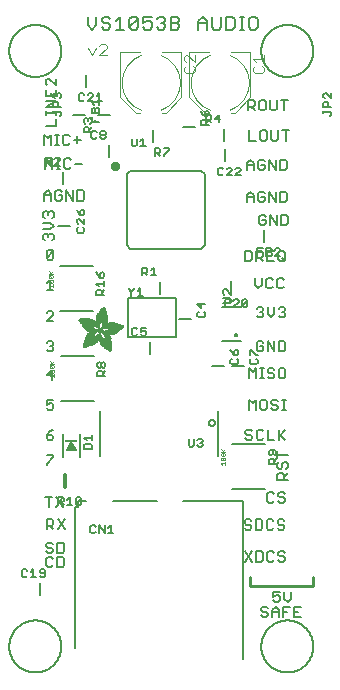
<source format=gbr>
G04 EAGLE Gerber RS-274X export*
G75*
%MOMM*%
%FSLAX34Y34*%
%LPD*%
%INSilkscreen Top*%
%IPPOS*%
%AMOC8*
5,1,8,0,0,1.08239X$1,22.5*%
G01*
%ADD10C,0.152400*%
%ADD11C,0.254000*%
%ADD12C,0.203200*%
%ADD13C,0.101600*%
%ADD14C,0.406400*%
%ADD15C,0.127000*%
%ADD16C,0.200000*%
%ADD17C,0.050800*%
%ADD18R,1.000000X0.200000*%
%ADD19C,0.304800*%
%ADD20C,0.076200*%
%ADD21R,0.050800X0.006300*%
%ADD22R,0.082600X0.006400*%
%ADD23R,0.120600X0.006300*%
%ADD24R,0.139700X0.006400*%
%ADD25R,0.158800X0.006300*%
%ADD26R,0.177800X0.006400*%
%ADD27R,0.196800X0.006300*%
%ADD28R,0.215900X0.006400*%
%ADD29R,0.228600X0.006300*%
%ADD30R,0.241300X0.006400*%
%ADD31R,0.254000X0.006300*%
%ADD32R,0.266700X0.006400*%
%ADD33R,0.279400X0.006300*%
%ADD34R,0.285700X0.006400*%
%ADD35R,0.298400X0.006300*%
%ADD36R,0.311200X0.006400*%
%ADD37R,0.317500X0.006300*%
%ADD38R,0.330200X0.006400*%
%ADD39R,0.336600X0.006300*%
%ADD40R,0.349200X0.006400*%
%ADD41R,0.361900X0.006300*%
%ADD42R,0.368300X0.006400*%
%ADD43R,0.381000X0.006300*%
%ADD44R,0.387300X0.006400*%
%ADD45R,0.393700X0.006300*%
%ADD46R,0.406400X0.006400*%
%ADD47R,0.412700X0.006300*%
%ADD48R,0.419100X0.006400*%
%ADD49R,0.431800X0.006300*%
%ADD50R,0.438100X0.006400*%
%ADD51R,0.450800X0.006300*%
%ADD52R,0.457200X0.006400*%
%ADD53R,0.463500X0.006300*%
%ADD54R,0.476200X0.006400*%
%ADD55R,0.482600X0.006300*%
%ADD56R,0.488900X0.006400*%
%ADD57R,0.501600X0.006300*%
%ADD58R,0.508000X0.006400*%
%ADD59R,0.514300X0.006300*%
%ADD60R,0.527000X0.006400*%
%ADD61R,0.533400X0.006300*%
%ADD62R,0.546100X0.006400*%
%ADD63R,0.552400X0.006300*%
%ADD64R,0.558800X0.006400*%
%ADD65R,0.571500X0.006300*%
%ADD66R,0.577800X0.006400*%
%ADD67R,0.584200X0.006300*%
%ADD68R,0.596900X0.006400*%
%ADD69R,0.603200X0.006300*%
%ADD70R,0.609600X0.006400*%
%ADD71R,0.622300X0.006300*%
%ADD72R,0.628600X0.006400*%
%ADD73R,0.641300X0.006300*%
%ADD74R,0.647700X0.006400*%
%ADD75R,0.063500X0.006300*%
%ADD76R,0.654000X0.006300*%
%ADD77R,0.101600X0.006400*%
%ADD78R,0.666700X0.006400*%
%ADD79R,0.139700X0.006300*%
%ADD80R,0.673100X0.006300*%
%ADD81R,0.165100X0.006400*%
%ADD82R,0.679400X0.006400*%
%ADD83R,0.196900X0.006300*%
%ADD84R,0.692100X0.006300*%
%ADD85R,0.222200X0.006400*%
%ADD86R,0.698500X0.006400*%
%ADD87R,0.247700X0.006300*%
%ADD88R,0.704800X0.006300*%
%ADD89R,0.279400X0.006400*%
%ADD90R,0.717500X0.006400*%
%ADD91R,0.298500X0.006300*%
%ADD92R,0.723900X0.006300*%
%ADD93R,0.736600X0.006400*%
%ADD94R,0.342900X0.006300*%
%ADD95R,0.742900X0.006300*%
%ADD96R,0.374700X0.006400*%
%ADD97R,0.749300X0.006400*%
%ADD98R,0.762000X0.006300*%
%ADD99R,0.412700X0.006400*%
%ADD100R,0.768300X0.006400*%
%ADD101R,0.438100X0.006300*%
%ADD102R,0.774700X0.006300*%
%ADD103R,0.463600X0.006400*%
%ADD104R,0.787400X0.006400*%
%ADD105R,0.793700X0.006300*%
%ADD106R,0.495300X0.006400*%
%ADD107R,0.800100X0.006400*%
%ADD108R,0.520700X0.006300*%
%ADD109R,0.812800X0.006300*%
%ADD110R,0.533400X0.006400*%
%ADD111R,0.819100X0.006400*%
%ADD112R,0.558800X0.006300*%
%ADD113R,0.825500X0.006300*%
%ADD114R,0.577900X0.006400*%
%ADD115R,0.831800X0.006400*%
%ADD116R,0.596900X0.006300*%
%ADD117R,0.844500X0.006300*%
%ADD118R,0.616000X0.006400*%
%ADD119R,0.850900X0.006400*%
%ADD120R,0.635000X0.006300*%
%ADD121R,0.857200X0.006300*%
%ADD122R,0.654100X0.006400*%
%ADD123R,0.863600X0.006400*%
%ADD124R,0.666700X0.006300*%
%ADD125R,0.869900X0.006300*%
%ADD126R,0.685800X0.006400*%
%ADD127R,0.876300X0.006400*%
%ADD128R,0.882600X0.006300*%
%ADD129R,0.723900X0.006400*%
%ADD130R,0.889000X0.006400*%
%ADD131R,0.895300X0.006300*%
%ADD132R,0.755700X0.006400*%
%ADD133R,0.901700X0.006400*%
%ADD134R,0.908000X0.006300*%
%ADD135R,0.793800X0.006400*%
%ADD136R,0.914400X0.006400*%
%ADD137R,0.806400X0.006300*%
%ADD138R,0.920700X0.006300*%
%ADD139R,0.825500X0.006400*%
%ADD140R,0.927100X0.006400*%
%ADD141R,0.933400X0.006300*%
%ADD142R,0.857300X0.006400*%
%ADD143R,0.939800X0.006400*%
%ADD144R,0.870000X0.006300*%
%ADD145R,0.939800X0.006300*%
%ADD146R,0.946100X0.006400*%
%ADD147R,0.952500X0.006300*%
%ADD148R,0.908000X0.006400*%
%ADD149R,0.958800X0.006400*%
%ADD150R,0.965200X0.006300*%
%ADD151R,0.965200X0.006400*%
%ADD152R,0.971500X0.006300*%
%ADD153R,0.952500X0.006400*%
%ADD154R,0.977900X0.006400*%
%ADD155R,0.958800X0.006300*%
%ADD156R,0.984200X0.006300*%
%ADD157R,0.971500X0.006400*%
%ADD158R,0.984200X0.006400*%
%ADD159R,0.990600X0.006300*%
%ADD160R,0.984300X0.006400*%
%ADD161R,0.996900X0.006400*%
%ADD162R,0.997000X0.006300*%
%ADD163R,0.996900X0.006300*%
%ADD164R,1.003300X0.006400*%
%ADD165R,1.016000X0.006300*%
%ADD166R,1.009600X0.006300*%
%ADD167R,1.016000X0.006400*%
%ADD168R,1.009600X0.006400*%
%ADD169R,1.022300X0.006300*%
%ADD170R,1.028700X0.006400*%
%ADD171R,1.035100X0.006300*%
%ADD172R,1.047800X0.006400*%
%ADD173R,1.054100X0.006300*%
%ADD174R,1.028700X0.006300*%
%ADD175R,1.054100X0.006400*%
%ADD176R,1.035000X0.006400*%
%ADD177R,1.060400X0.006300*%
%ADD178R,1.035000X0.006300*%
%ADD179R,1.060500X0.006400*%
%ADD180R,1.041400X0.006400*%
%ADD181R,1.066800X0.006300*%
%ADD182R,1.041400X0.006300*%
%ADD183R,1.079500X0.006400*%
%ADD184R,1.047700X0.006400*%
%ADD185R,1.085900X0.006300*%
%ADD186R,1.047700X0.006300*%
%ADD187R,1.085800X0.006400*%
%ADD188R,1.092200X0.006300*%
%ADD189R,1.085900X0.006400*%
%ADD190R,1.098600X0.006300*%
%ADD191R,1.098600X0.006400*%
%ADD192R,1.060400X0.006400*%
%ADD193R,1.104900X0.006300*%
%ADD194R,1.104900X0.006400*%
%ADD195R,1.066800X0.006400*%
%ADD196R,1.111200X0.006300*%
%ADD197R,1.117600X0.006400*%
%ADD198R,1.117600X0.006300*%
%ADD199R,1.073100X0.006300*%
%ADD200R,1.073100X0.006400*%
%ADD201R,1.124000X0.006300*%
%ADD202R,1.079500X0.006300*%
%ADD203R,1.123900X0.006400*%
%ADD204R,1.130300X0.006300*%
%ADD205R,1.130300X0.006400*%
%ADD206R,1.136700X0.006400*%
%ADD207R,1.136700X0.006300*%
%ADD208R,1.085800X0.006300*%
%ADD209R,1.136600X0.006400*%
%ADD210R,1.136600X0.006300*%
%ADD211R,1.143000X0.006400*%
%ADD212R,1.143000X0.006300*%
%ADD213R,1.149400X0.006300*%
%ADD214R,1.149300X0.006300*%
%ADD215R,1.149300X0.006400*%
%ADD216R,1.149400X0.006400*%
%ADD217R,1.155700X0.006400*%
%ADD218R,1.155700X0.006300*%
%ADD219R,1.060500X0.006300*%
%ADD220R,2.197100X0.006400*%
%ADD221R,2.197100X0.006300*%
%ADD222R,2.184400X0.006300*%
%ADD223R,2.184400X0.006400*%
%ADD224R,2.171700X0.006400*%
%ADD225R,2.171700X0.006300*%
%ADD226R,1.530300X0.006400*%
%ADD227R,1.505000X0.006300*%
%ADD228R,1.492300X0.006400*%
%ADD229R,1.485900X0.006300*%
%ADD230R,0.565200X0.006300*%
%ADD231R,1.473200X0.006400*%
%ADD232R,0.565200X0.006400*%
%ADD233R,1.460500X0.006300*%
%ADD234R,1.454100X0.006400*%
%ADD235R,0.552400X0.006400*%
%ADD236R,1.441500X0.006300*%
%ADD237R,0.546100X0.006300*%
%ADD238R,1.435100X0.006400*%
%ADD239R,0.539800X0.006400*%
%ADD240R,1.428800X0.006300*%
%ADD241R,1.422400X0.006400*%
%ADD242R,1.409700X0.006300*%
%ADD243R,0.527100X0.006300*%
%ADD244R,1.403300X0.006400*%
%ADD245R,0.527100X0.006400*%
%ADD246R,1.390700X0.006300*%
%ADD247R,1.384300X0.006400*%
%ADD248R,0.520700X0.006400*%
%ADD249R,1.384300X0.006300*%
%ADD250R,0.514400X0.006300*%
%ADD251R,1.371600X0.006400*%
%ADD252R,1.365200X0.006300*%
%ADD253R,0.508000X0.006300*%
%ADD254R,1.352600X0.006400*%
%ADD255R,0.501700X0.006400*%
%ADD256R,0.711200X0.006300*%
%ADD257R,0.603300X0.006300*%
%ADD258R,0.501700X0.006300*%
%ADD259R,0.692100X0.006400*%
%ADD260R,0.571500X0.006400*%
%ADD261R,0.679400X0.006300*%
%ADD262R,0.495300X0.006300*%
%ADD263R,0.673100X0.006400*%
%ADD264R,0.666800X0.006300*%
%ADD265R,0.488900X0.006300*%
%ADD266R,0.660400X0.006400*%
%ADD267R,0.482600X0.006400*%
%ADD268R,0.476200X0.006300*%
%ADD269R,0.654000X0.006400*%
%ADD270R,0.469900X0.006400*%
%ADD271R,0.476300X0.006400*%
%ADD272R,0.647700X0.006300*%
%ADD273R,0.457200X0.006300*%
%ADD274R,0.469900X0.006300*%
%ADD275R,0.641300X0.006400*%
%ADD276R,0.444500X0.006400*%
%ADD277R,0.463600X0.006300*%
%ADD278R,0.635000X0.006400*%
%ADD279R,0.463500X0.006400*%
%ADD280R,0.393700X0.006400*%
%ADD281R,0.450800X0.006400*%
%ADD282R,0.628600X0.006300*%
%ADD283R,0.387400X0.006300*%
%ADD284R,0.450900X0.006300*%
%ADD285R,0.628700X0.006400*%
%ADD286R,0.374600X0.006400*%
%ADD287R,0.368300X0.006300*%
%ADD288R,0.438200X0.006300*%
%ADD289R,0.622300X0.006400*%
%ADD290R,0.355600X0.006400*%
%ADD291R,0.431800X0.006400*%
%ADD292R,0.349300X0.006300*%
%ADD293R,0.425400X0.006300*%
%ADD294R,0.615900X0.006300*%
%ADD295R,0.330200X0.006300*%
%ADD296R,0.419100X0.006300*%
%ADD297R,0.616000X0.006300*%
%ADD298R,0.311200X0.006300*%
%ADD299R,0.406400X0.006300*%
%ADD300R,0.615900X0.006400*%
%ADD301R,0.304800X0.006400*%
%ADD302R,0.158800X0.006400*%
%ADD303R,0.609600X0.006300*%
%ADD304R,0.292100X0.006300*%
%ADD305R,0.235000X0.006300*%
%ADD306R,0.387400X0.006400*%
%ADD307R,0.292100X0.006400*%
%ADD308R,0.336500X0.006300*%
%ADD309R,0.260400X0.006300*%
%ADD310R,0.603300X0.006400*%
%ADD311R,0.260400X0.006400*%
%ADD312R,0.362000X0.006400*%
%ADD313R,0.450900X0.006400*%
%ADD314R,0.355600X0.006300*%
%ADD315R,0.342900X0.006400*%
%ADD316R,0.514300X0.006400*%
%ADD317R,0.234900X0.006300*%
%ADD318R,0.539700X0.006300*%
%ADD319R,0.603200X0.006400*%
%ADD320R,0.234900X0.006400*%
%ADD321R,0.920700X0.006400*%
%ADD322R,0.958900X0.006400*%
%ADD323R,0.215900X0.006300*%
%ADD324R,0.209600X0.006400*%
%ADD325R,0.203200X0.006300*%
%ADD326R,1.003300X0.006300*%
%ADD327R,0.203200X0.006400*%
%ADD328R,0.196900X0.006400*%
%ADD329R,0.190500X0.006300*%
%ADD330R,0.190500X0.006400*%
%ADD331R,0.184200X0.006300*%
%ADD332R,0.590500X0.006400*%
%ADD333R,0.184200X0.006400*%
%ADD334R,0.590500X0.006300*%
%ADD335R,0.177800X0.006300*%
%ADD336R,0.584200X0.006400*%
%ADD337R,1.168400X0.006400*%
%ADD338R,0.171500X0.006300*%
%ADD339R,1.187500X0.006300*%
%ADD340R,1.200100X0.006400*%
%ADD341R,0.577800X0.006300*%
%ADD342R,1.212900X0.006300*%
%ADD343R,1.231900X0.006400*%
%ADD344R,1.250900X0.006300*%
%ADD345R,0.565100X0.006400*%
%ADD346R,0.184100X0.006400*%
%ADD347R,1.263700X0.006400*%
%ADD348R,0.565100X0.006300*%
%ADD349R,1.289100X0.006300*%
%ADD350R,1.314400X0.006400*%
%ADD351R,0.552500X0.006300*%
%ADD352R,1.568500X0.006300*%
%ADD353R,0.552500X0.006400*%
%ADD354R,1.581200X0.006400*%
%ADD355R,1.593800X0.006300*%
%ADD356R,1.606500X0.006400*%
%ADD357R,1.619300X0.006300*%
%ADD358R,0.514400X0.006400*%
%ADD359R,1.638300X0.006400*%
%ADD360R,1.657300X0.006300*%
%ADD361R,2.209800X0.006400*%
%ADD362R,2.425700X0.006300*%
%ADD363R,2.470100X0.006400*%
%ADD364R,2.501900X0.006300*%
%ADD365R,2.533700X0.006400*%
%ADD366R,2.559000X0.006300*%
%ADD367R,2.584500X0.006400*%
%ADD368R,2.609900X0.006300*%
%ADD369R,2.628900X0.006400*%
%ADD370R,2.660600X0.006300*%
%ADD371R,2.673400X0.006400*%
%ADD372R,1.422400X0.006300*%
%ADD373R,1.200200X0.006300*%
%ADD374R,1.365300X0.006300*%
%ADD375R,1.365300X0.006400*%
%ADD376R,1.352500X0.006300*%
%ADD377R,1.098500X0.006300*%
%ADD378R,1.358900X0.006400*%
%ADD379R,1.352600X0.006300*%
%ADD380R,1.358900X0.006300*%
%ADD381R,1.371600X0.006300*%
%ADD382R,1.377900X0.006400*%
%ADD383R,1.397000X0.006400*%
%ADD384R,1.403300X0.006300*%
%ADD385R,0.914400X0.006300*%
%ADD386R,0.876300X0.006300*%
%ADD387R,0.374600X0.006300*%
%ADD388R,1.073200X0.006400*%
%ADD389R,0.374700X0.006300*%
%ADD390R,0.844600X0.006400*%
%ADD391R,0.844600X0.006300*%
%ADD392R,0.831900X0.006400*%
%ADD393R,1.092200X0.006400*%
%ADD394R,0.400000X0.006300*%
%ADD395R,0.819200X0.006400*%
%ADD396R,1.111300X0.006400*%
%ADD397R,0.812800X0.006400*%
%ADD398R,0.800100X0.006300*%
%ADD399R,0.476300X0.006300*%
%ADD400R,1.181100X0.006300*%
%ADD401R,0.501600X0.006400*%
%ADD402R,1.193800X0.006400*%
%ADD403R,0.781000X0.006400*%
%ADD404R,1.238200X0.006400*%
%ADD405R,0.781100X0.006300*%
%ADD406R,1.257300X0.006300*%
%ADD407R,1.295400X0.006400*%
%ADD408R,1.333500X0.006300*%
%ADD409R,0.774700X0.006400*%
%ADD410R,1.866900X0.006400*%
%ADD411R,0.209600X0.006300*%
%ADD412R,1.866900X0.006300*%
%ADD413R,0.768400X0.006400*%
%ADD414R,0.209500X0.006400*%
%ADD415R,1.860600X0.006400*%
%ADD416R,0.762000X0.006400*%
%ADD417R,0.768400X0.006300*%
%ADD418R,1.860600X0.006300*%
%ADD419R,1.860500X0.006400*%
%ADD420R,0.222300X0.006300*%
%ADD421R,1.854200X0.006300*%
%ADD422R,0.235000X0.006400*%
%ADD423R,1.854200X0.006400*%
%ADD424R,0.768300X0.006300*%
%ADD425R,0.260300X0.006400*%
%ADD426R,1.847800X0.006400*%
%ADD427R,0.266700X0.006300*%
%ADD428R,1.847800X0.006300*%
%ADD429R,0.273100X0.006400*%
%ADD430R,1.841500X0.006400*%
%ADD431R,0.285800X0.006300*%
%ADD432R,1.841500X0.006300*%
%ADD433R,0.298500X0.006400*%
%ADD434R,1.835100X0.006400*%
%ADD435R,0.781000X0.006300*%
%ADD436R,0.304800X0.006300*%
%ADD437R,1.835100X0.006300*%
%ADD438R,0.317500X0.006400*%
%ADD439R,1.828800X0.006400*%
%ADD440R,0.787400X0.006300*%
%ADD441R,0.323800X0.006300*%
%ADD442R,1.828800X0.006300*%
%ADD443R,0.793700X0.006400*%
%ADD444R,1.822400X0.006400*%
%ADD445R,0.806500X0.006300*%
%ADD446R,1.822400X0.006300*%
%ADD447R,1.816100X0.006400*%
%ADD448R,0.819100X0.006300*%
%ADD449R,0.387300X0.006300*%
%ADD450R,1.816100X0.006300*%
%ADD451R,1.809800X0.006400*%
%ADD452R,1.803400X0.006300*%
%ADD453R,1.797000X0.006400*%
%ADD454R,0.901700X0.006300*%
%ADD455R,1.797000X0.006300*%
%ADD456R,1.441400X0.006400*%
%ADD457R,1.790700X0.006400*%
%ADD458R,1.447800X0.006300*%
%ADD459R,1.784300X0.006300*%
%ADD460R,1.447800X0.006400*%
%ADD461R,1.784300X0.006400*%
%ADD462R,1.454100X0.006300*%
%ADD463R,1.771700X0.006300*%
%ADD464R,1.460500X0.006400*%
%ADD465R,1.759000X0.006400*%
%ADD466R,1.466800X0.006300*%
%ADD467R,1.752600X0.006300*%
%ADD468R,1.466800X0.006400*%
%ADD469R,1.739900X0.006400*%
%ADD470R,1.473200X0.006300*%
%ADD471R,1.727200X0.006300*%
%ADD472R,1.479500X0.006400*%
%ADD473R,1.714500X0.006400*%
%ADD474R,1.695400X0.006300*%
%ADD475R,1.485900X0.006400*%
%ADD476R,1.682700X0.006400*%
%ADD477R,1.492200X0.006300*%
%ADD478R,1.663700X0.006300*%
%ADD479R,1.498600X0.006400*%
%ADD480R,1.644600X0.006400*%
%ADD481R,1.498600X0.006300*%
%ADD482R,1.619200X0.006300*%
%ADD483R,1.511300X0.006400*%
%ADD484R,1.600200X0.006400*%
%ADD485R,1.517700X0.006300*%
%ADD486R,1.574800X0.006300*%
%ADD487R,1.524000X0.006400*%
%ADD488R,1.555800X0.006400*%
%ADD489R,1.524000X0.006300*%
%ADD490R,1.536700X0.006300*%
%ADD491R,1.530400X0.006400*%
%ADD492R,1.517700X0.006400*%
%ADD493R,1.492300X0.006300*%
%ADD494R,1.549400X0.006400*%
%ADD495R,1.479600X0.006400*%
%ADD496R,1.549400X0.006300*%
%ADD497R,1.555700X0.006400*%
%ADD498R,1.562100X0.006300*%
%ADD499R,0.323900X0.006300*%
%ADD500R,1.568400X0.006400*%
%ADD501R,0.336600X0.006400*%
%ADD502R,1.587500X0.006300*%
%ADD503R,0.971600X0.006300*%
%ADD504R,0.349300X0.006400*%
%ADD505R,1.600200X0.006300*%
%ADD506R,0.920800X0.006300*%
%ADD507R,0.882700X0.006400*%
%ADD508R,1.612900X0.006300*%
%ADD509R,0.362000X0.006300*%
%ADD510R,1.625600X0.006400*%
%ADD511R,1.625600X0.006300*%
%ADD512R,1.644600X0.006300*%
%ADD513R,0.736600X0.006300*%
%ADD514R,0.717600X0.006400*%
%ADD515R,1.657400X0.006300*%
%ADD516R,0.679500X0.006300*%
%ADD517R,1.663700X0.006400*%
%ADD518R,0.400000X0.006400*%
%ADD519R,1.676400X0.006300*%
%ADD520R,1.676400X0.006400*%
%ADD521R,0.425500X0.006400*%
%ADD522R,1.352500X0.006400*%
%ADD523R,0.444500X0.006300*%
%ADD524R,0.361900X0.006400*%
%ADD525R,0.088900X0.006300*%
%ADD526R,1.009700X0.006300*%
%ADD527R,1.009700X0.006400*%
%ADD528R,1.022300X0.006400*%
%ADD529R,1.346200X0.006400*%
%ADD530R,1.346200X0.006300*%
%ADD531R,1.339900X0.006400*%
%ADD532R,1.035100X0.006400*%
%ADD533R,1.339800X0.006300*%
%ADD534R,1.333500X0.006400*%
%ADD535R,1.327200X0.006400*%
%ADD536R,1.320800X0.006300*%
%ADD537R,1.314500X0.006400*%
%ADD538R,1.314400X0.006300*%
%ADD539R,1.301700X0.006400*%
%ADD540R,1.295400X0.006300*%
%ADD541R,1.289000X0.006400*%
%ADD542R,1.276300X0.006300*%
%ADD543R,1.251000X0.006300*%
%ADD544R,1.244600X0.006400*%
%ADD545R,1.231900X0.006300*%
%ADD546R,1.212800X0.006400*%
%ADD547R,1.200100X0.006300*%
%ADD548R,1.187400X0.006400*%
%ADD549R,1.168400X0.006300*%
%ADD550R,1.047800X0.006300*%
%ADD551R,0.977900X0.006300*%
%ADD552R,0.946200X0.006400*%
%ADD553R,0.933400X0.006400*%
%ADD554R,0.895300X0.006400*%
%ADD555R,0.882700X0.006300*%
%ADD556R,0.863600X0.006300*%
%ADD557R,0.857200X0.006400*%
%ADD558R,0.850900X0.006300*%
%ADD559R,0.838200X0.006300*%
%ADD560R,0.806500X0.006400*%
%ADD561R,0.717600X0.006300*%
%ADD562R,0.711200X0.006400*%
%ADD563R,0.641400X0.006400*%
%ADD564R,0.641400X0.006300*%
%ADD565R,0.628700X0.006300*%
%ADD566R,0.590600X0.006300*%
%ADD567R,0.539700X0.006400*%
%ADD568R,0.285700X0.006300*%
%ADD569R,0.222200X0.006300*%
%ADD570R,0.171400X0.006300*%
%ADD571R,0.152400X0.006400*%
%ADD572R,0.133400X0.006300*%

G36*
X61761Y205275D02*
X61761Y205275D01*
X61833Y205275D01*
X61901Y205295D01*
X61972Y205305D01*
X62037Y205334D01*
X62106Y205354D01*
X62166Y205392D01*
X62231Y205421D01*
X62286Y205467D01*
X62346Y205505D01*
X62394Y205559D01*
X62448Y205605D01*
X62488Y205664D01*
X62535Y205718D01*
X62566Y205782D01*
X62606Y205841D01*
X62627Y205910D01*
X62658Y205974D01*
X62670Y206044D01*
X62691Y206112D01*
X62693Y206184D01*
X62705Y206255D01*
X62697Y206325D01*
X62699Y206396D01*
X62680Y206466D01*
X62672Y206537D01*
X62647Y206592D01*
X62627Y206671D01*
X62566Y206774D01*
X62535Y206843D01*
X60535Y209843D01*
X60458Y209930D01*
X60385Y210020D01*
X60363Y210035D01*
X60345Y210055D01*
X60248Y210117D01*
X60153Y210184D01*
X60127Y210192D01*
X60105Y210207D01*
X59994Y210239D01*
X59884Y210277D01*
X59857Y210278D01*
X59832Y210285D01*
X59716Y210285D01*
X59600Y210291D01*
X59574Y210285D01*
X59547Y210285D01*
X59436Y210253D01*
X59323Y210227D01*
X59300Y210214D01*
X59274Y210206D01*
X59176Y210144D01*
X59075Y210088D01*
X59059Y210070D01*
X59034Y210055D01*
X58849Y209847D01*
X58845Y209843D01*
X56845Y206843D01*
X56814Y206779D01*
X56775Y206719D01*
X56753Y206651D01*
X56722Y206587D01*
X56710Y206516D01*
X56689Y206448D01*
X56687Y206377D01*
X56675Y206307D01*
X56683Y206235D01*
X56681Y206164D01*
X56699Y206095D01*
X56708Y206024D01*
X56735Y205958D01*
X56753Y205889D01*
X56790Y205828D01*
X56817Y205762D01*
X56862Y205706D01*
X56899Y205644D01*
X56950Y205595D01*
X56995Y205540D01*
X57054Y205499D01*
X57106Y205450D01*
X57169Y205417D01*
X57227Y205376D01*
X57295Y205353D01*
X57359Y205320D01*
X57418Y205310D01*
X57496Y205283D01*
X57615Y205277D01*
X57690Y205265D01*
X61690Y205265D01*
X61761Y205275D01*
G37*
D10*
X38862Y137414D02*
X38862Y146057D01*
X43184Y146057D01*
X44624Y144617D01*
X44624Y141736D01*
X43184Y140295D01*
X38862Y140295D01*
X41743Y140295D02*
X44624Y137414D01*
X53979Y137414D02*
X48217Y146057D01*
X53979Y146057D02*
X48217Y137414D01*
X40473Y155956D02*
X40473Y164599D01*
X37592Y164599D02*
X43354Y164599D01*
X46947Y164599D02*
X52709Y155956D01*
X46947Y155956D02*
X52709Y164599D01*
X42930Y125991D02*
X44370Y124551D01*
X42930Y125991D02*
X40049Y125991D01*
X38608Y124551D01*
X38608Y123110D01*
X40049Y121670D01*
X42930Y121670D01*
X44370Y120229D01*
X44370Y118789D01*
X42930Y117348D01*
X40049Y117348D01*
X38608Y118789D01*
X47963Y117348D02*
X47963Y125991D01*
X47963Y117348D02*
X52285Y117348D01*
X53725Y118789D01*
X53725Y124551D01*
X52285Y125991D01*
X47963Y125991D01*
X44624Y199905D02*
X38862Y199905D01*
X44624Y199905D02*
X44624Y198465D01*
X38862Y192703D01*
X38862Y191262D01*
X41743Y220055D02*
X44624Y221495D01*
X41743Y220055D02*
X38862Y217174D01*
X38862Y214293D01*
X40303Y212852D01*
X43184Y212852D01*
X44624Y214293D01*
X44624Y215733D01*
X43184Y217174D01*
X38862Y217174D01*
X38862Y246895D02*
X44624Y246895D01*
X38862Y246895D02*
X38862Y242574D01*
X41743Y244014D01*
X43184Y244014D01*
X44624Y242574D01*
X44624Y239693D01*
X43184Y238252D01*
X40303Y238252D01*
X38862Y239693D01*
X43184Y263652D02*
X43184Y272295D01*
X38862Y267974D01*
X44624Y267974D01*
X38862Y294985D02*
X40303Y296425D01*
X43184Y296425D01*
X44624Y294985D01*
X44624Y293544D01*
X43184Y292104D01*
X41743Y292104D01*
X43184Y292104D02*
X44624Y290663D01*
X44624Y289223D01*
X43184Y287782D01*
X40303Y287782D01*
X38862Y289223D01*
X38862Y313182D02*
X44624Y313182D01*
X38862Y313182D02*
X44624Y318944D01*
X44624Y320385D01*
X43184Y321825D01*
X40303Y321825D01*
X38862Y320385D01*
X38862Y345614D02*
X41743Y348495D01*
X41743Y339852D01*
X38862Y339852D02*
X44624Y339852D01*
X38862Y366693D02*
X38862Y372455D01*
X40303Y373895D01*
X43184Y373895D01*
X44624Y372455D01*
X44624Y366693D01*
X43184Y365252D01*
X40303Y365252D01*
X38862Y366693D01*
X44624Y372455D01*
X37474Y381829D02*
X36034Y383270D01*
X36034Y386151D01*
X37474Y387592D01*
X38915Y387592D01*
X40355Y386151D01*
X40355Y384710D01*
X40355Y386151D02*
X41796Y387592D01*
X43237Y387592D01*
X44677Y386151D01*
X44677Y383270D01*
X43237Y381829D01*
X41796Y391185D02*
X36034Y391185D01*
X41796Y391185D02*
X44677Y394066D01*
X41796Y396947D01*
X36034Y396947D01*
X37474Y400540D02*
X36034Y401980D01*
X36034Y404861D01*
X37474Y406302D01*
X38915Y406302D01*
X40355Y404861D01*
X40355Y403421D01*
X40355Y404861D02*
X41796Y406302D01*
X43237Y406302D01*
X44677Y404861D01*
X44677Y401980D01*
X43237Y400540D01*
X36862Y415532D02*
X36862Y421294D01*
X39743Y424175D01*
X42624Y421294D01*
X42624Y415532D01*
X42624Y419854D02*
X36862Y419854D01*
X50539Y424175D02*
X51979Y422735D01*
X50539Y424175D02*
X47658Y424175D01*
X46217Y422735D01*
X46217Y416973D01*
X47658Y415532D01*
X50539Y415532D01*
X51979Y416973D01*
X51979Y419854D01*
X49098Y419854D01*
X55572Y424175D02*
X55572Y415532D01*
X61335Y415532D02*
X55572Y424175D01*
X61335Y424175D02*
X61335Y415532D01*
X64928Y415532D02*
X64928Y424175D01*
X64928Y415532D02*
X69249Y415532D01*
X70690Y416973D01*
X70690Y422735D01*
X69249Y424175D01*
X64928Y424175D01*
X37862Y442582D02*
X37862Y451225D01*
X40743Y448344D01*
X43624Y451225D01*
X43624Y442582D01*
X47217Y442582D02*
X50098Y442582D01*
X48658Y442582D02*
X48658Y451225D01*
X50098Y451225D02*
X47217Y451225D01*
X57776Y451225D02*
X59216Y449785D01*
X57776Y451225D02*
X54895Y451225D01*
X53454Y449785D01*
X53454Y444023D01*
X54895Y442582D01*
X57776Y442582D01*
X59216Y444023D01*
X62809Y446904D02*
X68571Y446904D01*
X206741Y118525D02*
X212503Y109882D01*
X206741Y109882D02*
X212503Y118525D01*
X216096Y118525D02*
X216096Y109882D01*
X220418Y109882D01*
X221859Y111323D01*
X221859Y117085D01*
X220418Y118525D01*
X216096Y118525D01*
X229773Y118525D02*
X231214Y117085D01*
X229773Y118525D02*
X226892Y118525D01*
X225452Y117085D01*
X225452Y111323D01*
X226892Y109882D01*
X229773Y109882D01*
X231214Y111323D01*
X239128Y118525D02*
X240569Y117085D01*
X239128Y118525D02*
X236247Y118525D01*
X234807Y117085D01*
X234807Y115644D01*
X236247Y114204D01*
X239128Y114204D01*
X240569Y112763D01*
X240569Y111323D01*
X239128Y109882D01*
X236247Y109882D01*
X234807Y111323D01*
X212143Y144105D02*
X210703Y145545D01*
X207822Y145545D01*
X206381Y144105D01*
X206381Y142664D01*
X207822Y141224D01*
X210703Y141224D01*
X212143Y139783D01*
X212143Y138343D01*
X210703Y136902D01*
X207822Y136902D01*
X206381Y138343D01*
X215736Y136902D02*
X215736Y145545D01*
X215736Y136902D02*
X220058Y136902D01*
X221499Y138343D01*
X221499Y144105D01*
X220058Y145545D01*
X215736Y145545D01*
X229413Y145545D02*
X230854Y144105D01*
X229413Y145545D02*
X226532Y145545D01*
X225092Y144105D01*
X225092Y138343D01*
X226532Y136902D01*
X229413Y136902D01*
X230854Y138343D01*
X238768Y145545D02*
X240209Y144105D01*
X238768Y145545D02*
X235887Y145545D01*
X234447Y144105D01*
X234447Y142664D01*
X235887Y141224D01*
X238768Y141224D01*
X240209Y139783D01*
X240209Y138343D01*
X238768Y136902D01*
X235887Y136902D01*
X234447Y138343D01*
X231310Y167085D02*
X229869Y168525D01*
X226988Y168525D01*
X225548Y167085D01*
X225548Y161323D01*
X226988Y159882D01*
X229869Y159882D01*
X231310Y161323D01*
X239225Y168525D02*
X240665Y167085D01*
X239225Y168525D02*
X236343Y168525D01*
X234903Y167085D01*
X234903Y165644D01*
X236343Y164204D01*
X239225Y164204D01*
X240665Y162763D01*
X240665Y161323D01*
X239225Y159882D01*
X236343Y159882D01*
X234903Y161323D01*
X234181Y178816D02*
X242824Y178816D01*
X234181Y178816D02*
X234181Y183138D01*
X235621Y184578D01*
X238502Y184578D01*
X239943Y183138D01*
X239943Y178816D01*
X239943Y181697D02*
X242824Y184578D01*
X234181Y192493D02*
X235621Y193933D01*
X234181Y192493D02*
X234181Y189612D01*
X235621Y188171D01*
X237062Y188171D01*
X238502Y189612D01*
X238502Y192493D01*
X239943Y193933D01*
X241383Y193933D01*
X242824Y192493D01*
X242824Y189612D01*
X241383Y188171D01*
X242824Y200408D02*
X234181Y200408D01*
X234181Y203289D02*
X234181Y197526D01*
X210300Y238252D02*
X210300Y246895D01*
X213181Y244014D01*
X216062Y246895D01*
X216062Y238252D01*
X221095Y246895D02*
X223977Y246895D01*
X221095Y246895D02*
X219655Y245455D01*
X219655Y239693D01*
X221095Y238252D01*
X223977Y238252D01*
X225417Y239693D01*
X225417Y245455D01*
X223977Y246895D01*
X233332Y246895D02*
X234772Y245455D01*
X233332Y246895D02*
X230451Y246895D01*
X229010Y245455D01*
X229010Y244014D01*
X230451Y242574D01*
X233332Y242574D01*
X234772Y241133D01*
X234772Y239693D01*
X233332Y238252D01*
X230451Y238252D01*
X229010Y239693D01*
X238365Y238252D02*
X241246Y238252D01*
X239806Y238252D02*
X239806Y246895D01*
X241246Y246895D02*
X238365Y246895D01*
X212943Y220055D02*
X211503Y221495D01*
X208622Y221495D01*
X207181Y220055D01*
X207181Y218614D01*
X208622Y217174D01*
X211503Y217174D01*
X212943Y215733D01*
X212943Y214293D01*
X211503Y212852D01*
X208622Y212852D01*
X207181Y214293D01*
X220858Y221495D02*
X222299Y220055D01*
X220858Y221495D02*
X217977Y221495D01*
X216536Y220055D01*
X216536Y214293D01*
X217977Y212852D01*
X220858Y212852D01*
X222299Y214293D01*
X225892Y212852D02*
X225892Y221495D01*
X225892Y212852D02*
X231654Y212852D01*
X235247Y212852D02*
X235247Y221495D01*
X235247Y215733D02*
X241009Y221495D01*
X236687Y217174D02*
X241009Y212852D01*
X209181Y491852D02*
X209181Y500495D01*
X213503Y500495D01*
X214943Y499055D01*
X214943Y496174D01*
X213503Y494733D01*
X209181Y494733D01*
X212062Y494733D02*
X214943Y491852D01*
X219977Y500495D02*
X222858Y500495D01*
X219977Y500495D02*
X218536Y499055D01*
X218536Y493293D01*
X219977Y491852D01*
X222858Y491852D01*
X224299Y493293D01*
X224299Y499055D01*
X222858Y500495D01*
X227892Y500495D02*
X227892Y493293D01*
X229332Y491852D01*
X232213Y491852D01*
X233654Y493293D01*
X233654Y500495D01*
X240128Y500495D02*
X240128Y491852D01*
X237247Y500495D02*
X243009Y500495D01*
X210181Y474895D02*
X210181Y466252D01*
X215943Y466252D01*
X220977Y474895D02*
X223858Y474895D01*
X220977Y474895D02*
X219536Y473455D01*
X219536Y467693D01*
X220977Y466252D01*
X223858Y466252D01*
X225299Y467693D01*
X225299Y473455D01*
X223858Y474895D01*
X228892Y474895D02*
X228892Y467693D01*
X230332Y466252D01*
X233213Y466252D01*
X234654Y467693D01*
X234654Y474895D01*
X241128Y474895D02*
X241128Y466252D01*
X238247Y474895D02*
X244009Y474895D01*
X208451Y447214D02*
X208451Y441452D01*
X208451Y447214D02*
X211332Y450095D01*
X214213Y447214D01*
X214213Y441452D01*
X214213Y445774D02*
X208451Y445774D01*
X222128Y450095D02*
X223569Y448655D01*
X222128Y450095D02*
X219247Y450095D01*
X217806Y448655D01*
X217806Y442893D01*
X219247Y441452D01*
X222128Y441452D01*
X223569Y442893D01*
X223569Y445774D01*
X220688Y445774D01*
X227162Y450095D02*
X227162Y441452D01*
X232924Y441452D02*
X227162Y450095D01*
X232924Y450095D02*
X232924Y441452D01*
X236517Y441452D02*
X236517Y450095D01*
X236517Y441452D02*
X240838Y441452D01*
X242279Y442893D01*
X242279Y448655D01*
X240838Y450095D01*
X236517Y450095D01*
X206927Y372879D02*
X206927Y364236D01*
X211249Y364236D01*
X212689Y365677D01*
X212689Y371439D01*
X211249Y372879D01*
X206927Y372879D01*
X216282Y372879D02*
X216282Y364236D01*
X216282Y372879D02*
X220604Y372879D01*
X222045Y371439D01*
X222045Y368558D01*
X220604Y367117D01*
X216282Y367117D01*
X219164Y367117D02*
X222045Y364236D01*
X225638Y372879D02*
X231400Y372879D01*
X225638Y372879D02*
X225638Y364236D01*
X231400Y364236D01*
X228519Y368558D02*
X225638Y368558D01*
X234993Y365677D02*
X234993Y371439D01*
X236433Y372879D01*
X239314Y372879D01*
X240755Y371439D01*
X240755Y365677D01*
X239314Y364236D01*
X236433Y364236D01*
X234993Y365677D01*
X237874Y367117D02*
X240755Y364236D01*
X224331Y401919D02*
X222890Y403359D01*
X220009Y403359D01*
X218568Y401919D01*
X218568Y396157D01*
X220009Y394716D01*
X222890Y394716D01*
X224331Y396157D01*
X224331Y399038D01*
X221450Y399038D01*
X227924Y403359D02*
X227924Y394716D01*
X233686Y394716D02*
X227924Y403359D01*
X233686Y403359D02*
X233686Y394716D01*
X237279Y394716D02*
X237279Y403359D01*
X237279Y394716D02*
X241601Y394716D01*
X243041Y396157D01*
X243041Y401919D01*
X241601Y403359D01*
X237279Y403359D01*
X210300Y273565D02*
X210300Y264922D01*
X213181Y270684D02*
X210300Y273565D01*
X213181Y270684D02*
X216062Y273565D01*
X216062Y264922D01*
X219655Y264922D02*
X222536Y264922D01*
X221095Y264922D02*
X221095Y273565D01*
X219655Y273565D02*
X222536Y273565D01*
X230213Y273565D02*
X231654Y272125D01*
X230213Y273565D02*
X227332Y273565D01*
X225892Y272125D01*
X225892Y270684D01*
X227332Y269244D01*
X230213Y269244D01*
X231654Y267803D01*
X231654Y266363D01*
X230213Y264922D01*
X227332Y264922D01*
X225892Y266363D01*
X236687Y273565D02*
X239568Y273565D01*
X236687Y273565D02*
X235247Y272125D01*
X235247Y266363D01*
X236687Y264922D01*
X239568Y264922D01*
X241009Y266363D01*
X241009Y272125D01*
X239568Y273565D01*
X222299Y294985D02*
X220858Y296425D01*
X217977Y296425D01*
X216536Y294985D01*
X216536Y289223D01*
X217977Y287782D01*
X220858Y287782D01*
X222299Y289223D01*
X222299Y292104D01*
X219418Y292104D01*
X225892Y296425D02*
X225892Y287782D01*
X231654Y287782D02*
X225892Y296425D01*
X231654Y296425D02*
X231654Y287782D01*
X235247Y287782D02*
X235247Y296425D01*
X235247Y287782D02*
X239569Y287782D01*
X241009Y289223D01*
X241009Y294985D01*
X239569Y296425D01*
X235247Y296425D01*
X216536Y323941D02*
X217977Y325381D01*
X220858Y325381D01*
X222299Y323941D01*
X222299Y322500D01*
X220858Y321060D01*
X219418Y321060D01*
X220858Y321060D02*
X222299Y319619D01*
X222299Y318179D01*
X220858Y316738D01*
X217977Y316738D01*
X216536Y318179D01*
X225892Y319619D02*
X225892Y325381D01*
X225892Y319619D02*
X228773Y316738D01*
X231654Y319619D01*
X231654Y325381D01*
X235247Y323941D02*
X236687Y325381D01*
X239569Y325381D01*
X241009Y323941D01*
X241009Y322500D01*
X239569Y321060D01*
X238128Y321060D01*
X239569Y321060D02*
X241009Y319619D01*
X241009Y318179D01*
X239569Y316738D01*
X236687Y316738D01*
X235247Y318179D01*
X215266Y344003D02*
X215266Y349765D01*
X215266Y344003D02*
X218148Y341122D01*
X221029Y344003D01*
X221029Y349765D01*
X228943Y349765D02*
X230384Y348325D01*
X228943Y349765D02*
X226062Y349765D01*
X224622Y348325D01*
X224622Y342563D01*
X226062Y341122D01*
X228943Y341122D01*
X230384Y342563D01*
X238299Y349765D02*
X239739Y348325D01*
X238299Y349765D02*
X235417Y349765D01*
X233977Y348325D01*
X233977Y342563D01*
X235417Y341122D01*
X238299Y341122D01*
X239739Y342563D01*
X236394Y84335D02*
X230632Y84335D01*
X230632Y80014D01*
X233513Y81454D01*
X234954Y81454D01*
X236394Y80014D01*
X236394Y77133D01*
X234954Y75692D01*
X232073Y75692D01*
X230632Y77133D01*
X239987Y78573D02*
X239987Y84335D01*
X239987Y78573D02*
X242868Y75692D01*
X245749Y78573D01*
X245749Y84335D01*
X226234Y70195D02*
X224794Y71635D01*
X221913Y71635D01*
X220472Y70195D01*
X220472Y68754D01*
X221913Y67314D01*
X224794Y67314D01*
X226234Y65873D01*
X226234Y64433D01*
X224794Y62992D01*
X221913Y62992D01*
X220472Y64433D01*
X229827Y62992D02*
X229827Y68754D01*
X232708Y71635D01*
X235589Y68754D01*
X235589Y62992D01*
X235589Y67314D02*
X229827Y67314D01*
X239182Y71635D02*
X239182Y62992D01*
X239182Y71635D02*
X244945Y71635D01*
X242064Y67314D02*
X239182Y67314D01*
X248538Y71635D02*
X254300Y71635D01*
X248538Y71635D02*
X248538Y62992D01*
X254300Y62992D01*
X251419Y67314D02*
X248538Y67314D01*
D11*
X210820Y88900D02*
X210820Y96520D01*
X210820Y88900D02*
X264160Y88900D01*
X264160Y96520D01*
D10*
X36862Y462712D02*
X36862Y471355D01*
X39743Y468474D01*
X42624Y471355D01*
X42624Y462712D01*
X46217Y462712D02*
X49098Y462712D01*
X47658Y462712D02*
X47658Y471355D01*
X49098Y471355D02*
X46217Y471355D01*
X56776Y471355D02*
X58216Y469915D01*
X56776Y471355D02*
X53895Y471355D01*
X52454Y469915D01*
X52454Y464153D01*
X53895Y462712D01*
X56776Y462712D01*
X58216Y464153D01*
X61809Y467034D02*
X67571Y467034D01*
X64690Y469915D02*
X64690Y464153D01*
X208451Y420290D02*
X208451Y414528D01*
X208451Y420290D02*
X211332Y423171D01*
X214213Y420290D01*
X214213Y414528D01*
X214213Y418850D02*
X208451Y418850D01*
X222128Y423171D02*
X223569Y421731D01*
X222128Y423171D02*
X219247Y423171D01*
X217806Y421731D01*
X217806Y415969D01*
X219247Y414528D01*
X222128Y414528D01*
X223569Y415969D01*
X223569Y418850D01*
X220688Y418850D01*
X227162Y423171D02*
X227162Y414528D01*
X232924Y414528D02*
X227162Y423171D01*
X232924Y423171D02*
X232924Y414528D01*
X236517Y414528D02*
X236517Y423171D01*
X236517Y414528D02*
X240838Y414528D01*
X242279Y415969D01*
X242279Y421731D01*
X240838Y423171D01*
X236517Y423171D01*
X42930Y113799D02*
X44370Y112359D01*
X42930Y113799D02*
X40049Y113799D01*
X38608Y112359D01*
X38608Y106597D01*
X40049Y105156D01*
X42930Y105156D01*
X44370Y106597D01*
X47963Y105156D02*
X47963Y113799D01*
X47963Y105156D02*
X52285Y105156D01*
X53725Y106597D01*
X53725Y112359D01*
X52285Y113799D01*
X47963Y113799D01*
D12*
X73850Y563899D02*
X73850Y571017D01*
X73850Y563899D02*
X77409Y560340D01*
X80968Y563899D01*
X80968Y571017D01*
X90883Y571017D02*
X92662Y569238D01*
X90883Y571017D02*
X87323Y571017D01*
X85544Y569238D01*
X85544Y567458D01*
X87323Y565679D01*
X90883Y565679D01*
X92662Y563899D01*
X92662Y562120D01*
X90883Y560340D01*
X87323Y560340D01*
X85544Y562120D01*
X97238Y567458D02*
X100797Y571017D01*
X100797Y560340D01*
X97238Y560340D02*
X104356Y560340D01*
X108932Y562120D02*
X108932Y569238D01*
X110711Y571017D01*
X114270Y571017D01*
X116050Y569238D01*
X116050Y562120D01*
X114270Y560340D01*
X110711Y560340D01*
X108932Y562120D01*
X116050Y569238D01*
X120626Y571017D02*
X127744Y571017D01*
X120626Y571017D02*
X120626Y565679D01*
X124185Y567458D01*
X125964Y567458D01*
X127744Y565679D01*
X127744Y562120D01*
X125964Y560340D01*
X122405Y560340D01*
X120626Y562120D01*
X132320Y569238D02*
X134099Y571017D01*
X137658Y571017D01*
X139438Y569238D01*
X139438Y567458D01*
X137658Y565679D01*
X135879Y565679D01*
X137658Y565679D02*
X139438Y563899D01*
X139438Y562120D01*
X137658Y560340D01*
X134099Y560340D01*
X132320Y562120D01*
X144014Y560340D02*
X144014Y571017D01*
X149352Y571017D01*
X151132Y569238D01*
X151132Y567458D01*
X149352Y565679D01*
X151132Y563899D01*
X151132Y562120D01*
X149352Y560340D01*
X144014Y560340D01*
X144014Y565679D02*
X149352Y565679D01*
X167402Y567458D02*
X167402Y560340D01*
X167402Y567458D02*
X170961Y571017D01*
X174520Y567458D01*
X174520Y560340D01*
X174520Y565679D02*
X167402Y565679D01*
X179096Y562120D02*
X179096Y571017D01*
X179096Y562120D02*
X180875Y560340D01*
X184434Y560340D01*
X186214Y562120D01*
X186214Y571017D01*
X190790Y571017D02*
X190790Y560340D01*
X196128Y560340D01*
X197908Y562120D01*
X197908Y569238D01*
X196128Y571017D01*
X190790Y571017D01*
X202484Y560340D02*
X206043Y560340D01*
X204263Y560340D02*
X204263Y571017D01*
X202484Y571017D02*
X206043Y571017D01*
X212059Y571017D02*
X215618Y571017D01*
X212059Y571017D02*
X210280Y569238D01*
X210280Y562120D01*
X212059Y560340D01*
X215618Y560340D01*
X217398Y562120D01*
X217398Y569238D01*
X215618Y571017D01*
D10*
X46558Y478822D02*
X37915Y478822D01*
X46558Y478822D02*
X46558Y484584D01*
X46558Y488177D02*
X46558Y491058D01*
X46558Y489618D02*
X37915Y489618D01*
X37915Y491058D02*
X37915Y488177D01*
X37915Y494414D02*
X46558Y494414D01*
X46558Y500176D02*
X37915Y494414D01*
X37915Y500176D02*
X46558Y500176D01*
X37915Y503769D02*
X37915Y509531D01*
X37915Y503769D02*
X46558Y503769D01*
X46558Y509531D01*
X42236Y506650D02*
X42236Y503769D01*
X46558Y513124D02*
X46558Y518887D01*
X40796Y518887D02*
X46558Y513124D01*
X40796Y518887D02*
X39355Y518887D01*
X37915Y517446D01*
X37915Y514565D01*
X39355Y513124D01*
D13*
X77219Y538988D02*
X74168Y545089D01*
X80269Y545089D02*
X77219Y538988D01*
X83523Y538988D02*
X89624Y538988D01*
X83523Y538988D02*
X89624Y545089D01*
X89624Y546615D01*
X88099Y548140D01*
X85048Y548140D01*
X83523Y546615D01*
D12*
X109700Y374670D02*
X169700Y374670D01*
X172700Y377670D02*
X172700Y437670D01*
X169700Y440670D02*
X109700Y440670D01*
X106700Y437670D01*
X106700Y377670D01*
X109700Y374670D01*
X169700Y374670D02*
X172700Y377670D01*
X172700Y437670D02*
X169700Y440670D01*
D14*
X95200Y444710D02*
X95202Y444787D01*
X95208Y444864D01*
X95218Y444941D01*
X95232Y445017D01*
X95249Y445092D01*
X95271Y445166D01*
X95296Y445239D01*
X95326Y445311D01*
X95358Y445381D01*
X95395Y445449D01*
X95434Y445515D01*
X95477Y445579D01*
X95524Y445641D01*
X95573Y445700D01*
X95626Y445757D01*
X95681Y445811D01*
X95739Y445862D01*
X95800Y445910D01*
X95863Y445955D01*
X95928Y445996D01*
X95995Y446034D01*
X96064Y446069D01*
X96135Y446099D01*
X96207Y446127D01*
X96281Y446150D01*
X96355Y446170D01*
X96431Y446186D01*
X96507Y446198D01*
X96584Y446206D01*
X96661Y446210D01*
X96739Y446210D01*
X96816Y446206D01*
X96893Y446198D01*
X96969Y446186D01*
X97045Y446170D01*
X97119Y446150D01*
X97193Y446127D01*
X97265Y446099D01*
X97336Y446069D01*
X97405Y446034D01*
X97472Y445996D01*
X97537Y445955D01*
X97600Y445910D01*
X97661Y445862D01*
X97719Y445811D01*
X97774Y445757D01*
X97827Y445700D01*
X97876Y445641D01*
X97923Y445579D01*
X97966Y445515D01*
X98005Y445449D01*
X98042Y445381D01*
X98074Y445311D01*
X98104Y445239D01*
X98129Y445166D01*
X98151Y445092D01*
X98168Y445017D01*
X98182Y444941D01*
X98192Y444864D01*
X98198Y444787D01*
X98200Y444710D01*
X98198Y444633D01*
X98192Y444556D01*
X98182Y444479D01*
X98168Y444403D01*
X98151Y444328D01*
X98129Y444254D01*
X98104Y444181D01*
X98074Y444109D01*
X98042Y444039D01*
X98005Y443971D01*
X97966Y443905D01*
X97923Y443841D01*
X97876Y443779D01*
X97827Y443720D01*
X97774Y443663D01*
X97719Y443609D01*
X97661Y443558D01*
X97600Y443510D01*
X97537Y443465D01*
X97472Y443424D01*
X97405Y443386D01*
X97336Y443351D01*
X97265Y443321D01*
X97193Y443293D01*
X97119Y443270D01*
X97045Y443250D01*
X96969Y443234D01*
X96893Y443222D01*
X96816Y443214D01*
X96739Y443210D01*
X96661Y443210D01*
X96584Y443214D01*
X96507Y443222D01*
X96431Y443234D01*
X96355Y443250D01*
X96281Y443270D01*
X96207Y443293D01*
X96135Y443321D01*
X96064Y443351D01*
X95995Y443386D01*
X95928Y443424D01*
X95863Y443465D01*
X95800Y443510D01*
X95739Y443558D01*
X95681Y443609D01*
X95626Y443663D01*
X95573Y443720D01*
X95524Y443779D01*
X95477Y443841D01*
X95434Y443905D01*
X95395Y443971D01*
X95358Y444039D01*
X95326Y444109D01*
X95296Y444181D01*
X95271Y444254D01*
X95249Y444328D01*
X95232Y444403D01*
X95218Y444479D01*
X95208Y444556D01*
X95202Y444633D01*
X95200Y444710D01*
D10*
X110722Y462535D02*
X110722Y468043D01*
X110722Y462535D02*
X111824Y461433D01*
X114027Y461433D01*
X115128Y462535D01*
X115128Y468043D01*
X118206Y465839D02*
X120409Y468043D01*
X120409Y461433D01*
X118206Y461433D02*
X122613Y461433D01*
D12*
X187660Y296690D02*
X203660Y296690D01*
X203660Y325690D02*
X187660Y325690D01*
X198160Y301690D02*
X198162Y301753D01*
X198168Y301815D01*
X198178Y301877D01*
X198191Y301939D01*
X198209Y301999D01*
X198230Y302058D01*
X198255Y302116D01*
X198284Y302172D01*
X198316Y302226D01*
X198351Y302278D01*
X198389Y302327D01*
X198431Y302375D01*
X198475Y302419D01*
X198523Y302461D01*
X198572Y302499D01*
X198624Y302534D01*
X198678Y302566D01*
X198734Y302595D01*
X198792Y302620D01*
X198851Y302641D01*
X198911Y302659D01*
X198973Y302672D01*
X199035Y302682D01*
X199097Y302688D01*
X199160Y302690D01*
X199223Y302688D01*
X199285Y302682D01*
X199347Y302672D01*
X199409Y302659D01*
X199469Y302641D01*
X199528Y302620D01*
X199586Y302595D01*
X199642Y302566D01*
X199696Y302534D01*
X199748Y302499D01*
X199797Y302461D01*
X199845Y302419D01*
X199889Y302375D01*
X199931Y302327D01*
X199969Y302278D01*
X200004Y302226D01*
X200036Y302172D01*
X200065Y302116D01*
X200090Y302058D01*
X200111Y301999D01*
X200129Y301939D01*
X200142Y301877D01*
X200152Y301815D01*
X200158Y301753D01*
X200160Y301690D01*
X200158Y301627D01*
X200152Y301565D01*
X200142Y301503D01*
X200129Y301441D01*
X200111Y301381D01*
X200090Y301322D01*
X200065Y301264D01*
X200036Y301208D01*
X200004Y301154D01*
X199969Y301102D01*
X199931Y301053D01*
X199889Y301005D01*
X199845Y300961D01*
X199797Y300919D01*
X199748Y300881D01*
X199696Y300846D01*
X199642Y300814D01*
X199586Y300785D01*
X199528Y300760D01*
X199469Y300739D01*
X199409Y300721D01*
X199347Y300708D01*
X199285Y300698D01*
X199223Y300692D01*
X199160Y300690D01*
X199097Y300692D01*
X199035Y300698D01*
X198973Y300708D01*
X198911Y300721D01*
X198851Y300739D01*
X198792Y300760D01*
X198734Y300785D01*
X198678Y300814D01*
X198624Y300846D01*
X198572Y300881D01*
X198523Y300919D01*
X198475Y300961D01*
X198431Y301005D01*
X198389Y301053D01*
X198351Y301102D01*
X198316Y301154D01*
X198284Y301208D01*
X198255Y301264D01*
X198230Y301322D01*
X198209Y301381D01*
X198191Y301441D01*
X198178Y301503D01*
X198168Y301565D01*
X198162Y301627D01*
X198160Y301690D01*
D10*
X193796Y328462D02*
X188288Y328462D01*
X193796Y328462D02*
X194898Y329564D01*
X194898Y331767D01*
X193796Y332868D01*
X188288Y332868D01*
X194898Y335946D02*
X194898Y340353D01*
X190492Y340353D02*
X194898Y335946D01*
X190492Y340353D02*
X189390Y340353D01*
X188288Y339251D01*
X188288Y337048D01*
X189390Y335946D01*
D15*
X72080Y161020D02*
X65580Y161020D01*
X65580Y156020D01*
X63080Y156020D01*
X63080Y36520D01*
X95080Y161020D02*
X132080Y161020D01*
X154580Y161020D02*
X205080Y161020D01*
X205080Y27520D01*
D10*
X80348Y139590D02*
X79247Y140692D01*
X77044Y140692D01*
X75942Y139590D01*
X75942Y135184D01*
X77044Y134082D01*
X79247Y134082D01*
X80348Y135184D01*
X83426Y134082D02*
X83426Y140692D01*
X87833Y134082D01*
X87833Y140692D01*
X90910Y138488D02*
X93114Y140692D01*
X93114Y134082D01*
X95317Y134082D02*
X90910Y134082D01*
D12*
X71670Y487734D02*
X61510Y487734D01*
D10*
X76871Y481919D02*
X83481Y481919D01*
X76871Y481919D02*
X76871Y486325D01*
X80176Y484122D02*
X80176Y481919D01*
X83481Y489403D02*
X76871Y489403D01*
X76871Y492707D01*
X77973Y493809D01*
X79075Y493809D01*
X80176Y492707D01*
X81278Y493809D01*
X82379Y493809D01*
X83481Y492707D01*
X83481Y489403D01*
X80176Y489403D02*
X80176Y492707D01*
X79075Y496887D02*
X76871Y499090D01*
X83481Y499090D01*
X83481Y496887D02*
X83481Y501293D01*
D12*
X223178Y390588D02*
X223178Y380428D01*
D10*
X217363Y375227D02*
X217363Y368617D01*
X217363Y375227D02*
X221769Y375227D01*
X219566Y371922D02*
X217363Y371922D01*
X224847Y368617D02*
X224847Y375227D01*
X228152Y375227D01*
X229253Y374125D01*
X229253Y373023D01*
X228152Y371922D01*
X229253Y370820D01*
X229253Y369719D01*
X228152Y368617D01*
X224847Y368617D01*
X224847Y371922D02*
X228152Y371922D01*
X232331Y368617D02*
X236737Y368617D01*
X232331Y368617D02*
X236737Y373023D01*
X236737Y374125D01*
X235636Y375227D01*
X233432Y375227D01*
X232331Y374125D01*
D12*
X148382Y332944D02*
X107382Y332944D01*
X107382Y299944D02*
X148382Y299944D01*
X107382Y299944D02*
X107382Y332944D01*
X148382Y332944D02*
X148382Y299944D01*
D10*
X108324Y340494D02*
X108324Y341596D01*
X108324Y340494D02*
X110527Y338291D01*
X112730Y340494D01*
X112730Y341596D01*
X110527Y338291D02*
X110527Y334986D01*
X115808Y339392D02*
X118011Y341596D01*
X118011Y334986D01*
X115808Y334986D02*
X120215Y334986D01*
D12*
X151130Y315214D02*
X161290Y315214D01*
D10*
X166491Y320188D02*
X167593Y321289D01*
X166491Y320188D02*
X166491Y317984D01*
X167593Y316883D01*
X171999Y316883D01*
X173101Y317984D01*
X173101Y320188D01*
X171999Y321289D01*
X173101Y327672D02*
X166491Y327672D01*
X169796Y324367D01*
X169796Y328773D01*
D12*
X126238Y295910D02*
X126238Y285750D01*
D10*
X115531Y306625D02*
X114430Y307727D01*
X112227Y307727D01*
X111125Y306625D01*
X111125Y302219D01*
X112227Y301117D01*
X114430Y301117D01*
X115531Y302219D01*
X118609Y307727D02*
X123016Y307727D01*
X118609Y307727D02*
X118609Y304422D01*
X120812Y305523D01*
X121914Y305523D01*
X123016Y304422D01*
X123016Y302219D01*
X121914Y301117D01*
X119711Y301117D01*
X118609Y302219D01*
D12*
X134874Y336804D02*
X134874Y346964D01*
D10*
X119761Y352171D02*
X119761Y358781D01*
X123066Y358781D01*
X124167Y357679D01*
X124167Y355476D01*
X123066Y354374D01*
X119761Y354374D01*
X121964Y354374D02*
X124167Y352171D01*
X127245Y356577D02*
X129448Y358781D01*
X129448Y352171D01*
X127245Y352171D02*
X131652Y352171D01*
D12*
X179070Y275590D02*
X189230Y275590D01*
D10*
X194431Y280564D02*
X195533Y281665D01*
X194431Y280564D02*
X194431Y278360D01*
X195533Y277259D01*
X199939Y277259D01*
X201041Y278360D01*
X201041Y280564D01*
X199939Y281665D01*
X195533Y286946D02*
X194431Y289149D01*
X195533Y286946D02*
X197736Y284743D01*
X199939Y284743D01*
X201041Y285844D01*
X201041Y288048D01*
X199939Y289149D01*
X198838Y289149D01*
X197736Y288048D01*
X197736Y284743D01*
D12*
X195580Y275590D02*
X205740Y275590D01*
D10*
X210941Y280564D02*
X212043Y281665D01*
X210941Y280564D02*
X210941Y278360D01*
X212043Y277259D01*
X216449Y277259D01*
X217551Y278360D01*
X217551Y280564D01*
X216449Y281665D01*
X210941Y284743D02*
X210941Y289149D01*
X212043Y289149D01*
X216449Y284743D01*
X217551Y284743D01*
D12*
X91922Y452550D02*
X91922Y462710D01*
D10*
X81215Y473425D02*
X80114Y474527D01*
X77911Y474527D01*
X76809Y473425D01*
X76809Y469019D01*
X77911Y467917D01*
X80114Y467917D01*
X81215Y469019D01*
X84293Y473425D02*
X85395Y474527D01*
X87598Y474527D01*
X88700Y473425D01*
X88700Y472323D01*
X87598Y471222D01*
X88700Y470120D01*
X88700Y469019D01*
X87598Y467917D01*
X85395Y467917D01*
X84293Y469019D01*
X84293Y470120D01*
X85395Y471222D01*
X84293Y472323D01*
X84293Y473425D01*
X85395Y471222D02*
X87598Y471222D01*
D12*
X53102Y439944D02*
X53102Y429784D01*
D10*
X37989Y445151D02*
X37989Y451761D01*
X41294Y451761D01*
X42395Y450659D01*
X42395Y448456D01*
X41294Y447354D01*
X37989Y447354D01*
X40192Y447354D02*
X42395Y445151D01*
X45473Y445151D02*
X49880Y445151D01*
X49880Y449557D02*
X45473Y445151D01*
X49880Y449557D02*
X49880Y450659D01*
X48778Y451761D01*
X46575Y451761D01*
X45473Y450659D01*
D12*
X33020Y91440D02*
X33020Y81280D01*
D10*
X22313Y102155D02*
X21212Y103257D01*
X19009Y103257D01*
X17907Y102155D01*
X17907Y97749D01*
X19009Y96647D01*
X21212Y96647D01*
X22313Y97749D01*
X25391Y101053D02*
X27594Y103257D01*
X27594Y96647D01*
X25391Y96647D02*
X29798Y96647D01*
X32875Y97749D02*
X33977Y96647D01*
X36180Y96647D01*
X37282Y97749D01*
X37282Y102155D01*
X36180Y103257D01*
X33977Y103257D01*
X32875Y102155D01*
X32875Y101053D01*
X33977Y99952D01*
X37282Y99952D01*
D12*
X195326Y337058D02*
X195326Y347218D01*
D10*
X192815Y331857D02*
X193917Y330755D01*
X192815Y331857D02*
X190612Y331857D01*
X189511Y330755D01*
X189511Y326349D01*
X190612Y325247D01*
X192815Y325247D01*
X193917Y326349D01*
X196995Y325247D02*
X201401Y325247D01*
X196995Y325247D02*
X201401Y329653D01*
X201401Y330755D01*
X200300Y331857D01*
X198096Y331857D01*
X196995Y330755D01*
X204479Y330755D02*
X204479Y326349D01*
X204479Y330755D02*
X205580Y331857D01*
X207784Y331857D01*
X208885Y330755D01*
X208885Y326349D01*
X207784Y325247D01*
X205580Y325247D01*
X204479Y326349D01*
X208885Y330755D01*
D12*
X183858Y237440D02*
X183858Y199440D01*
X83858Y199440D02*
X83858Y237440D01*
X176276Y227330D02*
X176278Y227430D01*
X176284Y227531D01*
X176294Y227630D01*
X176308Y227730D01*
X176325Y227829D01*
X176347Y227927D01*
X176373Y228024D01*
X176402Y228120D01*
X176435Y228214D01*
X176472Y228308D01*
X176512Y228400D01*
X176556Y228490D01*
X176604Y228578D01*
X176655Y228665D01*
X176709Y228749D01*
X176767Y228831D01*
X176828Y228911D01*
X176892Y228988D01*
X176959Y229063D01*
X177029Y229135D01*
X177102Y229204D01*
X177177Y229270D01*
X177255Y229334D01*
X177335Y229394D01*
X177418Y229451D01*
X177503Y229504D01*
X177590Y229554D01*
X177679Y229601D01*
X177769Y229644D01*
X177861Y229684D01*
X177955Y229720D01*
X178050Y229752D01*
X178146Y229780D01*
X178244Y229805D01*
X178342Y229825D01*
X178441Y229842D01*
X178541Y229855D01*
X178640Y229864D01*
X178741Y229869D01*
X178841Y229870D01*
X178941Y229867D01*
X179042Y229860D01*
X179141Y229849D01*
X179241Y229834D01*
X179339Y229816D01*
X179437Y229793D01*
X179534Y229766D01*
X179629Y229736D01*
X179724Y229702D01*
X179817Y229664D01*
X179908Y229623D01*
X179998Y229578D01*
X180086Y229530D01*
X180172Y229478D01*
X180256Y229423D01*
X180337Y229364D01*
X180416Y229302D01*
X180493Y229238D01*
X180567Y229170D01*
X180638Y229099D01*
X180707Y229026D01*
X180772Y228950D01*
X180835Y228871D01*
X180894Y228790D01*
X180950Y228707D01*
X181003Y228622D01*
X181052Y228534D01*
X181098Y228445D01*
X181140Y228354D01*
X181179Y228261D01*
X181214Y228167D01*
X181245Y228072D01*
X181273Y227975D01*
X181296Y227878D01*
X181316Y227779D01*
X181332Y227680D01*
X181344Y227581D01*
X181352Y227480D01*
X181356Y227380D01*
X181356Y227280D01*
X181352Y227180D01*
X181344Y227079D01*
X181332Y226980D01*
X181316Y226881D01*
X181296Y226782D01*
X181273Y226685D01*
X181245Y226588D01*
X181214Y226493D01*
X181179Y226399D01*
X181140Y226306D01*
X181098Y226215D01*
X181052Y226126D01*
X181003Y226038D01*
X180950Y225953D01*
X180894Y225870D01*
X180835Y225789D01*
X180772Y225710D01*
X180707Y225634D01*
X180638Y225561D01*
X180567Y225490D01*
X180493Y225422D01*
X180416Y225358D01*
X180337Y225296D01*
X180256Y225237D01*
X180172Y225182D01*
X180086Y225130D01*
X179998Y225082D01*
X179908Y225037D01*
X179817Y224996D01*
X179724Y224958D01*
X179629Y224924D01*
X179534Y224894D01*
X179437Y224867D01*
X179339Y224844D01*
X179241Y224826D01*
X179141Y224811D01*
X179042Y224800D01*
X178941Y224793D01*
X178841Y224790D01*
X178741Y224791D01*
X178640Y224796D01*
X178541Y224805D01*
X178441Y224818D01*
X178342Y224835D01*
X178244Y224855D01*
X178146Y224880D01*
X178050Y224908D01*
X177955Y224940D01*
X177861Y224976D01*
X177769Y225016D01*
X177679Y225059D01*
X177590Y225106D01*
X177503Y225156D01*
X177418Y225209D01*
X177335Y225266D01*
X177255Y225326D01*
X177177Y225390D01*
X177102Y225456D01*
X177029Y225525D01*
X176959Y225597D01*
X176892Y225672D01*
X176828Y225749D01*
X176767Y225829D01*
X176709Y225911D01*
X176655Y225995D01*
X176604Y226082D01*
X176556Y226170D01*
X176512Y226260D01*
X176472Y226352D01*
X176435Y226446D01*
X176402Y226540D01*
X176373Y226636D01*
X176347Y226733D01*
X176325Y226831D01*
X176308Y226930D01*
X176294Y227030D01*
X176284Y227129D01*
X176278Y227230D01*
X176276Y227330D01*
D10*
X159022Y213874D02*
X159022Y208366D01*
X160123Y207264D01*
X162327Y207264D01*
X163428Y208366D01*
X163428Y213874D01*
X166506Y212772D02*
X167607Y213874D01*
X169811Y213874D01*
X170912Y212772D01*
X170912Y211670D01*
X169811Y210569D01*
X168709Y210569D01*
X169811Y210569D02*
X170912Y209467D01*
X170912Y208366D01*
X169811Y207264D01*
X167607Y207264D01*
X166506Y208366D01*
D12*
X92370Y488310D02*
X82210Y488310D01*
D10*
X77003Y473197D02*
X70393Y473197D01*
X70393Y476502D01*
X71495Y477603D01*
X73698Y477603D01*
X74800Y476502D01*
X74800Y473197D01*
X74800Y475400D02*
X77003Y477603D01*
X71495Y480681D02*
X70393Y481783D01*
X70393Y483986D01*
X71495Y485088D01*
X72597Y485088D01*
X73698Y483986D01*
X73698Y482884D01*
X73698Y483986D02*
X74800Y485088D01*
X75901Y485088D01*
X77003Y483986D01*
X77003Y481783D01*
X75901Y480681D01*
D12*
X188720Y476490D02*
X188720Y466330D01*
D10*
X173607Y481697D02*
X173607Y488307D01*
X176912Y488307D01*
X178013Y487205D01*
X178013Y485002D01*
X176912Y483900D01*
X173607Y483900D01*
X175810Y483900D02*
X178013Y481697D01*
X184396Y481697D02*
X184396Y488307D01*
X181091Y485002D01*
X185498Y485002D01*
D12*
X72000Y511470D02*
X72000Y521630D01*
D10*
X69489Y506269D02*
X70591Y505167D01*
X69489Y506269D02*
X67286Y506269D01*
X66185Y505167D01*
X66185Y500761D01*
X67286Y499659D01*
X69489Y499659D01*
X70591Y500761D01*
X73669Y499659D02*
X78075Y499659D01*
X73669Y499659D02*
X78075Y504065D01*
X78075Y505167D01*
X76974Y506269D01*
X74770Y506269D01*
X73669Y505167D01*
X81153Y504065D02*
X83356Y506269D01*
X83356Y499659D01*
X81153Y499659D02*
X85559Y499659D01*
D12*
X189518Y458822D02*
X189518Y448662D01*
D10*
X187007Y443461D02*
X188109Y442359D01*
X187007Y443461D02*
X184804Y443461D01*
X183703Y442359D01*
X183703Y437953D01*
X184804Y436851D01*
X187007Y436851D01*
X188109Y437953D01*
X191187Y436851D02*
X195593Y436851D01*
X191187Y436851D02*
X195593Y441257D01*
X195593Y442359D01*
X194492Y443461D01*
X192288Y443461D01*
X191187Y442359D01*
X198671Y436851D02*
X203077Y436851D01*
X198671Y436851D02*
X203077Y441257D01*
X203077Y442359D01*
X201976Y443461D01*
X199772Y443461D01*
X198671Y442359D01*
D12*
X58928Y394272D02*
X48768Y394272D01*
D10*
X64129Y391761D02*
X65231Y392863D01*
X64129Y391761D02*
X64129Y389558D01*
X65231Y388457D01*
X69637Y388457D01*
X70739Y389558D01*
X70739Y391761D01*
X69637Y392863D01*
X70739Y395941D02*
X70739Y400347D01*
X70739Y395941D02*
X66333Y400347D01*
X65231Y400347D01*
X64129Y399246D01*
X64129Y397042D01*
X65231Y395941D01*
X65231Y405628D02*
X64129Y407831D01*
X65231Y405628D02*
X67434Y403425D01*
X69637Y403425D01*
X70739Y404526D01*
X70739Y406730D01*
X69637Y407831D01*
X68536Y407831D01*
X67434Y406730D01*
X67434Y403425D01*
D12*
X154000Y477720D02*
X164160Y477720D01*
D10*
X169361Y479389D02*
X175971Y479389D01*
X169361Y479389D02*
X169361Y482694D01*
X170463Y483795D01*
X172666Y483795D01*
X173768Y482694D01*
X173768Y479389D01*
X173768Y481592D02*
X175971Y483795D01*
X170463Y489076D02*
X169361Y491279D01*
X170463Y489076D02*
X172666Y486873D01*
X174869Y486873D01*
X175971Y487974D01*
X175971Y490178D01*
X174869Y491279D01*
X173768Y491279D01*
X172666Y490178D01*
X172666Y486873D01*
D12*
X128640Y475210D02*
X128640Y465050D01*
D10*
X130309Y459849D02*
X130309Y453239D01*
X130309Y459849D02*
X133614Y459849D01*
X134715Y458747D01*
X134715Y456544D01*
X133614Y455442D01*
X130309Y455442D01*
X132512Y455442D02*
X134715Y453239D01*
X137793Y459849D02*
X142199Y459849D01*
X142199Y458747D01*
X137793Y454341D01*
X137793Y453239D01*
D16*
X7210Y38100D02*
X7217Y38640D01*
X7236Y39179D01*
X7270Y39718D01*
X7316Y40256D01*
X7375Y40793D01*
X7448Y41328D01*
X7534Y41861D01*
X7633Y42392D01*
X7745Y42920D01*
X7869Y43446D01*
X8007Y43968D01*
X8157Y44486D01*
X8320Y45001D01*
X8496Y45512D01*
X8684Y46018D01*
X8885Y46519D01*
X9097Y47015D01*
X9322Y47506D01*
X9559Y47991D01*
X9808Y48471D01*
X10068Y48944D01*
X10340Y49410D01*
X10623Y49870D01*
X10918Y50323D01*
X11223Y50768D01*
X11539Y51205D01*
X11866Y51635D01*
X12204Y52057D01*
X12551Y52470D01*
X12909Y52874D01*
X13277Y53270D01*
X13654Y53656D01*
X14040Y54033D01*
X14436Y54401D01*
X14840Y54759D01*
X15253Y55106D01*
X15675Y55444D01*
X16105Y55771D01*
X16542Y56087D01*
X16987Y56392D01*
X17440Y56687D01*
X17900Y56970D01*
X18366Y57242D01*
X18839Y57502D01*
X19319Y57751D01*
X19804Y57988D01*
X20295Y58213D01*
X20791Y58425D01*
X21292Y58626D01*
X21798Y58814D01*
X22309Y58990D01*
X22824Y59153D01*
X23342Y59303D01*
X23864Y59441D01*
X24390Y59565D01*
X24918Y59677D01*
X25449Y59776D01*
X25982Y59862D01*
X26517Y59935D01*
X27054Y59994D01*
X27592Y60040D01*
X28131Y60074D01*
X28670Y60093D01*
X29210Y60100D01*
X29750Y60093D01*
X30289Y60074D01*
X30828Y60040D01*
X31366Y59994D01*
X31903Y59935D01*
X32438Y59862D01*
X32971Y59776D01*
X33502Y59677D01*
X34030Y59565D01*
X34556Y59441D01*
X35078Y59303D01*
X35596Y59153D01*
X36111Y58990D01*
X36622Y58814D01*
X37128Y58626D01*
X37629Y58425D01*
X38125Y58213D01*
X38616Y57988D01*
X39101Y57751D01*
X39581Y57502D01*
X40054Y57242D01*
X40520Y56970D01*
X40980Y56687D01*
X41433Y56392D01*
X41878Y56087D01*
X42315Y55771D01*
X42745Y55444D01*
X43167Y55106D01*
X43580Y54759D01*
X43984Y54401D01*
X44380Y54033D01*
X44766Y53656D01*
X45143Y53270D01*
X45511Y52874D01*
X45869Y52470D01*
X46216Y52057D01*
X46554Y51635D01*
X46881Y51205D01*
X47197Y50768D01*
X47502Y50323D01*
X47797Y49870D01*
X48080Y49410D01*
X48352Y48944D01*
X48612Y48471D01*
X48861Y47991D01*
X49098Y47506D01*
X49323Y47015D01*
X49535Y46519D01*
X49736Y46018D01*
X49924Y45512D01*
X50100Y45001D01*
X50263Y44486D01*
X50413Y43968D01*
X50551Y43446D01*
X50675Y42920D01*
X50787Y42392D01*
X50886Y41861D01*
X50972Y41328D01*
X51045Y40793D01*
X51104Y40256D01*
X51150Y39718D01*
X51184Y39179D01*
X51203Y38640D01*
X51210Y38100D01*
X51203Y37560D01*
X51184Y37021D01*
X51150Y36482D01*
X51104Y35944D01*
X51045Y35407D01*
X50972Y34872D01*
X50886Y34339D01*
X50787Y33808D01*
X50675Y33280D01*
X50551Y32754D01*
X50413Y32232D01*
X50263Y31714D01*
X50100Y31199D01*
X49924Y30688D01*
X49736Y30182D01*
X49535Y29681D01*
X49323Y29185D01*
X49098Y28694D01*
X48861Y28209D01*
X48612Y27729D01*
X48352Y27256D01*
X48080Y26790D01*
X47797Y26330D01*
X47502Y25877D01*
X47197Y25432D01*
X46881Y24995D01*
X46554Y24565D01*
X46216Y24143D01*
X45869Y23730D01*
X45511Y23326D01*
X45143Y22930D01*
X44766Y22544D01*
X44380Y22167D01*
X43984Y21799D01*
X43580Y21441D01*
X43167Y21094D01*
X42745Y20756D01*
X42315Y20429D01*
X41878Y20113D01*
X41433Y19808D01*
X40980Y19513D01*
X40520Y19230D01*
X40054Y18958D01*
X39581Y18698D01*
X39101Y18449D01*
X38616Y18212D01*
X38125Y17987D01*
X37629Y17775D01*
X37128Y17574D01*
X36622Y17386D01*
X36111Y17210D01*
X35596Y17047D01*
X35078Y16897D01*
X34556Y16759D01*
X34030Y16635D01*
X33502Y16523D01*
X32971Y16424D01*
X32438Y16338D01*
X31903Y16265D01*
X31366Y16206D01*
X30828Y16160D01*
X30289Y16126D01*
X29750Y16107D01*
X29210Y16100D01*
X28670Y16107D01*
X28131Y16126D01*
X27592Y16160D01*
X27054Y16206D01*
X26517Y16265D01*
X25982Y16338D01*
X25449Y16424D01*
X24918Y16523D01*
X24390Y16635D01*
X23864Y16759D01*
X23342Y16897D01*
X22824Y17047D01*
X22309Y17210D01*
X21798Y17386D01*
X21292Y17574D01*
X20791Y17775D01*
X20295Y17987D01*
X19804Y18212D01*
X19319Y18449D01*
X18839Y18698D01*
X18366Y18958D01*
X17900Y19230D01*
X17440Y19513D01*
X16987Y19808D01*
X16542Y20113D01*
X16105Y20429D01*
X15675Y20756D01*
X15253Y21094D01*
X14840Y21441D01*
X14436Y21799D01*
X14040Y22167D01*
X13654Y22544D01*
X13277Y22930D01*
X12909Y23326D01*
X12551Y23730D01*
X12204Y24143D01*
X11866Y24565D01*
X11539Y24995D01*
X11223Y25432D01*
X10918Y25877D01*
X10623Y26330D01*
X10340Y26790D01*
X10068Y27256D01*
X9808Y27729D01*
X9559Y28209D01*
X9322Y28694D01*
X9097Y29185D01*
X8885Y29681D01*
X8684Y30182D01*
X8496Y30688D01*
X8320Y31199D01*
X8157Y31714D01*
X8007Y32232D01*
X7869Y32754D01*
X7745Y33280D01*
X7633Y33808D01*
X7534Y34339D01*
X7448Y34872D01*
X7375Y35407D01*
X7316Y35944D01*
X7270Y36482D01*
X7236Y37021D01*
X7217Y37560D01*
X7210Y38100D01*
X220570Y38100D02*
X220577Y38640D01*
X220596Y39179D01*
X220630Y39718D01*
X220676Y40256D01*
X220735Y40793D01*
X220808Y41328D01*
X220894Y41861D01*
X220993Y42392D01*
X221105Y42920D01*
X221229Y43446D01*
X221367Y43968D01*
X221517Y44486D01*
X221680Y45001D01*
X221856Y45512D01*
X222044Y46018D01*
X222245Y46519D01*
X222457Y47015D01*
X222682Y47506D01*
X222919Y47991D01*
X223168Y48471D01*
X223428Y48944D01*
X223700Y49410D01*
X223983Y49870D01*
X224278Y50323D01*
X224583Y50768D01*
X224899Y51205D01*
X225226Y51635D01*
X225564Y52057D01*
X225911Y52470D01*
X226269Y52874D01*
X226637Y53270D01*
X227014Y53656D01*
X227400Y54033D01*
X227796Y54401D01*
X228200Y54759D01*
X228613Y55106D01*
X229035Y55444D01*
X229465Y55771D01*
X229902Y56087D01*
X230347Y56392D01*
X230800Y56687D01*
X231260Y56970D01*
X231726Y57242D01*
X232199Y57502D01*
X232679Y57751D01*
X233164Y57988D01*
X233655Y58213D01*
X234151Y58425D01*
X234652Y58626D01*
X235158Y58814D01*
X235669Y58990D01*
X236184Y59153D01*
X236702Y59303D01*
X237224Y59441D01*
X237750Y59565D01*
X238278Y59677D01*
X238809Y59776D01*
X239342Y59862D01*
X239877Y59935D01*
X240414Y59994D01*
X240952Y60040D01*
X241491Y60074D01*
X242030Y60093D01*
X242570Y60100D01*
X243110Y60093D01*
X243649Y60074D01*
X244188Y60040D01*
X244726Y59994D01*
X245263Y59935D01*
X245798Y59862D01*
X246331Y59776D01*
X246862Y59677D01*
X247390Y59565D01*
X247916Y59441D01*
X248438Y59303D01*
X248956Y59153D01*
X249471Y58990D01*
X249982Y58814D01*
X250488Y58626D01*
X250989Y58425D01*
X251485Y58213D01*
X251976Y57988D01*
X252461Y57751D01*
X252941Y57502D01*
X253414Y57242D01*
X253880Y56970D01*
X254340Y56687D01*
X254793Y56392D01*
X255238Y56087D01*
X255675Y55771D01*
X256105Y55444D01*
X256527Y55106D01*
X256940Y54759D01*
X257344Y54401D01*
X257740Y54033D01*
X258126Y53656D01*
X258503Y53270D01*
X258871Y52874D01*
X259229Y52470D01*
X259576Y52057D01*
X259914Y51635D01*
X260241Y51205D01*
X260557Y50768D01*
X260862Y50323D01*
X261157Y49870D01*
X261440Y49410D01*
X261712Y48944D01*
X261972Y48471D01*
X262221Y47991D01*
X262458Y47506D01*
X262683Y47015D01*
X262895Y46519D01*
X263096Y46018D01*
X263284Y45512D01*
X263460Y45001D01*
X263623Y44486D01*
X263773Y43968D01*
X263911Y43446D01*
X264035Y42920D01*
X264147Y42392D01*
X264246Y41861D01*
X264332Y41328D01*
X264405Y40793D01*
X264464Y40256D01*
X264510Y39718D01*
X264544Y39179D01*
X264563Y38640D01*
X264570Y38100D01*
X264563Y37560D01*
X264544Y37021D01*
X264510Y36482D01*
X264464Y35944D01*
X264405Y35407D01*
X264332Y34872D01*
X264246Y34339D01*
X264147Y33808D01*
X264035Y33280D01*
X263911Y32754D01*
X263773Y32232D01*
X263623Y31714D01*
X263460Y31199D01*
X263284Y30688D01*
X263096Y30182D01*
X262895Y29681D01*
X262683Y29185D01*
X262458Y28694D01*
X262221Y28209D01*
X261972Y27729D01*
X261712Y27256D01*
X261440Y26790D01*
X261157Y26330D01*
X260862Y25877D01*
X260557Y25432D01*
X260241Y24995D01*
X259914Y24565D01*
X259576Y24143D01*
X259229Y23730D01*
X258871Y23326D01*
X258503Y22930D01*
X258126Y22544D01*
X257740Y22167D01*
X257344Y21799D01*
X256940Y21441D01*
X256527Y21094D01*
X256105Y20756D01*
X255675Y20429D01*
X255238Y20113D01*
X254793Y19808D01*
X254340Y19513D01*
X253880Y19230D01*
X253414Y18958D01*
X252941Y18698D01*
X252461Y18449D01*
X251976Y18212D01*
X251485Y17987D01*
X250989Y17775D01*
X250488Y17574D01*
X249982Y17386D01*
X249471Y17210D01*
X248956Y17047D01*
X248438Y16897D01*
X247916Y16759D01*
X247390Y16635D01*
X246862Y16523D01*
X246331Y16424D01*
X245798Y16338D01*
X245263Y16265D01*
X244726Y16206D01*
X244188Y16160D01*
X243649Y16126D01*
X243110Y16107D01*
X242570Y16100D01*
X242030Y16107D01*
X241491Y16126D01*
X240952Y16160D01*
X240414Y16206D01*
X239877Y16265D01*
X239342Y16338D01*
X238809Y16424D01*
X238278Y16523D01*
X237750Y16635D01*
X237224Y16759D01*
X236702Y16897D01*
X236184Y17047D01*
X235669Y17210D01*
X235158Y17386D01*
X234652Y17574D01*
X234151Y17775D01*
X233655Y17987D01*
X233164Y18212D01*
X232679Y18449D01*
X232199Y18698D01*
X231726Y18958D01*
X231260Y19230D01*
X230800Y19513D01*
X230347Y19808D01*
X229902Y20113D01*
X229465Y20429D01*
X229035Y20756D01*
X228613Y21094D01*
X228200Y21441D01*
X227796Y21799D01*
X227400Y22167D01*
X227014Y22544D01*
X226637Y22930D01*
X226269Y23326D01*
X225911Y23730D01*
X225564Y24143D01*
X225226Y24565D01*
X224899Y24995D01*
X224583Y25432D01*
X224278Y25877D01*
X223983Y26330D01*
X223700Y26790D01*
X223428Y27256D01*
X223168Y27729D01*
X222919Y28209D01*
X222682Y28694D01*
X222457Y29185D01*
X222245Y29681D01*
X222044Y30182D01*
X221856Y30688D01*
X221680Y31199D01*
X221517Y31714D01*
X221367Y32232D01*
X221229Y32754D01*
X221105Y33280D01*
X220993Y33808D01*
X220894Y34339D01*
X220808Y34872D01*
X220735Y35407D01*
X220676Y35944D01*
X220630Y36482D01*
X220596Y37021D01*
X220577Y37560D01*
X220570Y38100D01*
X220570Y542290D02*
X220577Y542830D01*
X220596Y543369D01*
X220630Y543908D01*
X220676Y544446D01*
X220735Y544983D01*
X220808Y545518D01*
X220894Y546051D01*
X220993Y546582D01*
X221105Y547110D01*
X221229Y547636D01*
X221367Y548158D01*
X221517Y548676D01*
X221680Y549191D01*
X221856Y549702D01*
X222044Y550208D01*
X222245Y550709D01*
X222457Y551205D01*
X222682Y551696D01*
X222919Y552181D01*
X223168Y552661D01*
X223428Y553134D01*
X223700Y553600D01*
X223983Y554060D01*
X224278Y554513D01*
X224583Y554958D01*
X224899Y555395D01*
X225226Y555825D01*
X225564Y556247D01*
X225911Y556660D01*
X226269Y557064D01*
X226637Y557460D01*
X227014Y557846D01*
X227400Y558223D01*
X227796Y558591D01*
X228200Y558949D01*
X228613Y559296D01*
X229035Y559634D01*
X229465Y559961D01*
X229902Y560277D01*
X230347Y560582D01*
X230800Y560877D01*
X231260Y561160D01*
X231726Y561432D01*
X232199Y561692D01*
X232679Y561941D01*
X233164Y562178D01*
X233655Y562403D01*
X234151Y562615D01*
X234652Y562816D01*
X235158Y563004D01*
X235669Y563180D01*
X236184Y563343D01*
X236702Y563493D01*
X237224Y563631D01*
X237750Y563755D01*
X238278Y563867D01*
X238809Y563966D01*
X239342Y564052D01*
X239877Y564125D01*
X240414Y564184D01*
X240952Y564230D01*
X241491Y564264D01*
X242030Y564283D01*
X242570Y564290D01*
X243110Y564283D01*
X243649Y564264D01*
X244188Y564230D01*
X244726Y564184D01*
X245263Y564125D01*
X245798Y564052D01*
X246331Y563966D01*
X246862Y563867D01*
X247390Y563755D01*
X247916Y563631D01*
X248438Y563493D01*
X248956Y563343D01*
X249471Y563180D01*
X249982Y563004D01*
X250488Y562816D01*
X250989Y562615D01*
X251485Y562403D01*
X251976Y562178D01*
X252461Y561941D01*
X252941Y561692D01*
X253414Y561432D01*
X253880Y561160D01*
X254340Y560877D01*
X254793Y560582D01*
X255238Y560277D01*
X255675Y559961D01*
X256105Y559634D01*
X256527Y559296D01*
X256940Y558949D01*
X257344Y558591D01*
X257740Y558223D01*
X258126Y557846D01*
X258503Y557460D01*
X258871Y557064D01*
X259229Y556660D01*
X259576Y556247D01*
X259914Y555825D01*
X260241Y555395D01*
X260557Y554958D01*
X260862Y554513D01*
X261157Y554060D01*
X261440Y553600D01*
X261712Y553134D01*
X261972Y552661D01*
X262221Y552181D01*
X262458Y551696D01*
X262683Y551205D01*
X262895Y550709D01*
X263096Y550208D01*
X263284Y549702D01*
X263460Y549191D01*
X263623Y548676D01*
X263773Y548158D01*
X263911Y547636D01*
X264035Y547110D01*
X264147Y546582D01*
X264246Y546051D01*
X264332Y545518D01*
X264405Y544983D01*
X264464Y544446D01*
X264510Y543908D01*
X264544Y543369D01*
X264563Y542830D01*
X264570Y542290D01*
X264563Y541750D01*
X264544Y541211D01*
X264510Y540672D01*
X264464Y540134D01*
X264405Y539597D01*
X264332Y539062D01*
X264246Y538529D01*
X264147Y537998D01*
X264035Y537470D01*
X263911Y536944D01*
X263773Y536422D01*
X263623Y535904D01*
X263460Y535389D01*
X263284Y534878D01*
X263096Y534372D01*
X262895Y533871D01*
X262683Y533375D01*
X262458Y532884D01*
X262221Y532399D01*
X261972Y531919D01*
X261712Y531446D01*
X261440Y530980D01*
X261157Y530520D01*
X260862Y530067D01*
X260557Y529622D01*
X260241Y529185D01*
X259914Y528755D01*
X259576Y528333D01*
X259229Y527920D01*
X258871Y527516D01*
X258503Y527120D01*
X258126Y526734D01*
X257740Y526357D01*
X257344Y525989D01*
X256940Y525631D01*
X256527Y525284D01*
X256105Y524946D01*
X255675Y524619D01*
X255238Y524303D01*
X254793Y523998D01*
X254340Y523703D01*
X253880Y523420D01*
X253414Y523148D01*
X252941Y522888D01*
X252461Y522639D01*
X251976Y522402D01*
X251485Y522177D01*
X250989Y521965D01*
X250488Y521764D01*
X249982Y521576D01*
X249471Y521400D01*
X248956Y521237D01*
X248438Y521087D01*
X247916Y520949D01*
X247390Y520825D01*
X246862Y520713D01*
X246331Y520614D01*
X245798Y520528D01*
X245263Y520455D01*
X244726Y520396D01*
X244188Y520350D01*
X243649Y520316D01*
X243110Y520297D01*
X242570Y520290D01*
X242030Y520297D01*
X241491Y520316D01*
X240952Y520350D01*
X240414Y520396D01*
X239877Y520455D01*
X239342Y520528D01*
X238809Y520614D01*
X238278Y520713D01*
X237750Y520825D01*
X237224Y520949D01*
X236702Y521087D01*
X236184Y521237D01*
X235669Y521400D01*
X235158Y521576D01*
X234652Y521764D01*
X234151Y521965D01*
X233655Y522177D01*
X233164Y522402D01*
X232679Y522639D01*
X232199Y522888D01*
X231726Y523148D01*
X231260Y523420D01*
X230800Y523703D01*
X230347Y523998D01*
X229902Y524303D01*
X229465Y524619D01*
X229035Y524946D01*
X228613Y525284D01*
X228200Y525631D01*
X227796Y525989D01*
X227400Y526357D01*
X227014Y526734D01*
X226637Y527120D01*
X226269Y527516D01*
X225911Y527920D01*
X225564Y528333D01*
X225226Y528755D01*
X224899Y529185D01*
X224583Y529622D01*
X224278Y530067D01*
X223983Y530520D01*
X223700Y530980D01*
X223428Y531446D01*
X223168Y531919D01*
X222919Y532399D01*
X222682Y532884D01*
X222457Y533375D01*
X222245Y533871D01*
X222044Y534372D01*
X221856Y534878D01*
X221680Y535389D01*
X221517Y535904D01*
X221367Y536422D01*
X221229Y536944D01*
X221105Y537470D01*
X220993Y537998D01*
X220894Y538529D01*
X220808Y539062D01*
X220735Y539597D01*
X220676Y540134D01*
X220630Y540672D01*
X220596Y541211D01*
X220577Y541750D01*
X220570Y542290D01*
X7210Y542290D02*
X7217Y542830D01*
X7236Y543369D01*
X7270Y543908D01*
X7316Y544446D01*
X7375Y544983D01*
X7448Y545518D01*
X7534Y546051D01*
X7633Y546582D01*
X7745Y547110D01*
X7869Y547636D01*
X8007Y548158D01*
X8157Y548676D01*
X8320Y549191D01*
X8496Y549702D01*
X8684Y550208D01*
X8885Y550709D01*
X9097Y551205D01*
X9322Y551696D01*
X9559Y552181D01*
X9808Y552661D01*
X10068Y553134D01*
X10340Y553600D01*
X10623Y554060D01*
X10918Y554513D01*
X11223Y554958D01*
X11539Y555395D01*
X11866Y555825D01*
X12204Y556247D01*
X12551Y556660D01*
X12909Y557064D01*
X13277Y557460D01*
X13654Y557846D01*
X14040Y558223D01*
X14436Y558591D01*
X14840Y558949D01*
X15253Y559296D01*
X15675Y559634D01*
X16105Y559961D01*
X16542Y560277D01*
X16987Y560582D01*
X17440Y560877D01*
X17900Y561160D01*
X18366Y561432D01*
X18839Y561692D01*
X19319Y561941D01*
X19804Y562178D01*
X20295Y562403D01*
X20791Y562615D01*
X21292Y562816D01*
X21798Y563004D01*
X22309Y563180D01*
X22824Y563343D01*
X23342Y563493D01*
X23864Y563631D01*
X24390Y563755D01*
X24918Y563867D01*
X25449Y563966D01*
X25982Y564052D01*
X26517Y564125D01*
X27054Y564184D01*
X27592Y564230D01*
X28131Y564264D01*
X28670Y564283D01*
X29210Y564290D01*
X29750Y564283D01*
X30289Y564264D01*
X30828Y564230D01*
X31366Y564184D01*
X31903Y564125D01*
X32438Y564052D01*
X32971Y563966D01*
X33502Y563867D01*
X34030Y563755D01*
X34556Y563631D01*
X35078Y563493D01*
X35596Y563343D01*
X36111Y563180D01*
X36622Y563004D01*
X37128Y562816D01*
X37629Y562615D01*
X38125Y562403D01*
X38616Y562178D01*
X39101Y561941D01*
X39581Y561692D01*
X40054Y561432D01*
X40520Y561160D01*
X40980Y560877D01*
X41433Y560582D01*
X41878Y560277D01*
X42315Y559961D01*
X42745Y559634D01*
X43167Y559296D01*
X43580Y558949D01*
X43984Y558591D01*
X44380Y558223D01*
X44766Y557846D01*
X45143Y557460D01*
X45511Y557064D01*
X45869Y556660D01*
X46216Y556247D01*
X46554Y555825D01*
X46881Y555395D01*
X47197Y554958D01*
X47502Y554513D01*
X47797Y554060D01*
X48080Y553600D01*
X48352Y553134D01*
X48612Y552661D01*
X48861Y552181D01*
X49098Y551696D01*
X49323Y551205D01*
X49535Y550709D01*
X49736Y550208D01*
X49924Y549702D01*
X50100Y549191D01*
X50263Y548676D01*
X50413Y548158D01*
X50551Y547636D01*
X50675Y547110D01*
X50787Y546582D01*
X50886Y546051D01*
X50972Y545518D01*
X51045Y544983D01*
X51104Y544446D01*
X51150Y543908D01*
X51184Y543369D01*
X51203Y542830D01*
X51210Y542290D01*
X51203Y541750D01*
X51184Y541211D01*
X51150Y540672D01*
X51104Y540134D01*
X51045Y539597D01*
X50972Y539062D01*
X50886Y538529D01*
X50787Y537998D01*
X50675Y537470D01*
X50551Y536944D01*
X50413Y536422D01*
X50263Y535904D01*
X50100Y535389D01*
X49924Y534878D01*
X49736Y534372D01*
X49535Y533871D01*
X49323Y533375D01*
X49098Y532884D01*
X48861Y532399D01*
X48612Y531919D01*
X48352Y531446D01*
X48080Y530980D01*
X47797Y530520D01*
X47502Y530067D01*
X47197Y529622D01*
X46881Y529185D01*
X46554Y528755D01*
X46216Y528333D01*
X45869Y527920D01*
X45511Y527516D01*
X45143Y527120D01*
X44766Y526734D01*
X44380Y526357D01*
X43984Y525989D01*
X43580Y525631D01*
X43167Y525284D01*
X42745Y524946D01*
X42315Y524619D01*
X41878Y524303D01*
X41433Y523998D01*
X40980Y523703D01*
X40520Y523420D01*
X40054Y523148D01*
X39581Y522888D01*
X39101Y522639D01*
X38616Y522402D01*
X38125Y522177D01*
X37629Y521965D01*
X37128Y521764D01*
X36622Y521576D01*
X36111Y521400D01*
X35596Y521237D01*
X35078Y521087D01*
X34556Y520949D01*
X34030Y520825D01*
X33502Y520713D01*
X32971Y520614D01*
X32438Y520528D01*
X31903Y520455D01*
X31366Y520396D01*
X30828Y520350D01*
X30289Y520316D01*
X29750Y520297D01*
X29210Y520290D01*
X28670Y520297D01*
X28131Y520316D01*
X27592Y520350D01*
X27054Y520396D01*
X26517Y520455D01*
X25982Y520528D01*
X25449Y520614D01*
X24918Y520713D01*
X24390Y520825D01*
X23864Y520949D01*
X23342Y521087D01*
X22824Y521237D01*
X22309Y521400D01*
X21798Y521576D01*
X21292Y521764D01*
X20791Y521965D01*
X20295Y522177D01*
X19804Y522402D01*
X19319Y522639D01*
X18839Y522888D01*
X18366Y523148D01*
X17900Y523420D01*
X17440Y523703D01*
X16987Y523998D01*
X16542Y524303D01*
X16105Y524619D01*
X15675Y524946D01*
X15253Y525284D01*
X14840Y525631D01*
X14436Y525989D01*
X14040Y526357D01*
X13654Y526734D01*
X13277Y527120D01*
X12909Y527516D01*
X12551Y527920D01*
X12204Y528333D01*
X11866Y528755D01*
X11539Y529185D01*
X11223Y529622D01*
X10918Y530067D01*
X10623Y530520D01*
X10340Y530980D01*
X10068Y531446D01*
X9808Y531919D01*
X9559Y532399D01*
X9322Y532884D01*
X9097Y533375D01*
X8885Y533871D01*
X8684Y534372D01*
X8496Y534878D01*
X8320Y535389D01*
X8157Y535904D01*
X8007Y536422D01*
X7869Y536944D01*
X7745Y537470D01*
X7633Y537998D01*
X7534Y538529D01*
X7448Y539062D01*
X7375Y539597D01*
X7316Y540134D01*
X7270Y540672D01*
X7236Y541211D01*
X7217Y541750D01*
X7210Y542290D01*
D12*
X50262Y322122D02*
X78262Y322122D01*
X78262Y360122D02*
X50262Y360122D01*
D10*
X81018Y335432D02*
X87628Y335432D01*
X81018Y335432D02*
X81018Y338736D01*
X82120Y339838D01*
X84323Y339838D01*
X85425Y338736D01*
X85425Y335432D01*
X85425Y337635D02*
X87628Y339838D01*
X83222Y342916D02*
X81018Y345119D01*
X87628Y345119D01*
X87628Y342916D02*
X87628Y347322D01*
X82120Y352603D02*
X81018Y354806D01*
X82120Y352603D02*
X84323Y350400D01*
X86526Y350400D01*
X87628Y351501D01*
X87628Y353705D01*
X86526Y354806D01*
X85425Y354806D01*
X84323Y353705D01*
X84323Y350400D01*
D17*
X41699Y342408D02*
X40513Y343594D01*
X44072Y343594D01*
X44072Y342408D02*
X44072Y344780D01*
X43479Y346150D02*
X41106Y346150D01*
X40513Y346743D01*
X40513Y347929D01*
X41106Y348522D01*
X43479Y348522D01*
X44072Y347929D01*
X44072Y346743D01*
X43479Y346150D01*
X41106Y348522D01*
X41106Y349892D02*
X43479Y349892D01*
X41106Y349892D02*
X40513Y350485D01*
X40513Y351671D01*
X41106Y352265D01*
X43479Y352265D01*
X44072Y351671D01*
X44072Y350485D01*
X43479Y349892D01*
X41106Y352265D01*
X40513Y353634D02*
X44072Y353634D01*
X42886Y353634D02*
X40513Y356007D01*
X42293Y354227D02*
X44072Y356007D01*
D12*
X51024Y245922D02*
X79024Y245922D01*
X79024Y283922D02*
X51024Y283922D01*
D10*
X81780Y266716D02*
X88390Y266716D01*
X81780Y266716D02*
X81780Y270021D01*
X82882Y271122D01*
X85085Y271122D01*
X86187Y270021D01*
X86187Y266716D01*
X86187Y268919D02*
X88390Y271122D01*
X82882Y274200D02*
X81780Y275301D01*
X81780Y277505D01*
X82882Y278606D01*
X83984Y278606D01*
X85085Y277505D01*
X86187Y278606D01*
X87288Y278606D01*
X88390Y277505D01*
X88390Y275301D01*
X87288Y274200D01*
X86187Y274200D01*
X85085Y275301D01*
X83984Y274200D01*
X82882Y274200D01*
X85085Y275301D02*
X85085Y277505D01*
D17*
X42461Y266208D02*
X41275Y267394D01*
X44834Y267394D01*
X44834Y266208D02*
X44834Y268580D01*
X44241Y269950D02*
X41868Y269950D01*
X41275Y270543D01*
X41275Y271729D01*
X41868Y272322D01*
X44241Y272322D01*
X44834Y271729D01*
X44834Y270543D01*
X44241Y269950D01*
X41868Y272322D01*
X41868Y273692D02*
X44241Y273692D01*
X41868Y273692D02*
X41275Y274285D01*
X41275Y275471D01*
X41868Y276065D01*
X44241Y276065D01*
X44834Y275471D01*
X44834Y274285D01*
X44241Y273692D01*
X41868Y276065D01*
X41275Y277434D02*
X44834Y277434D01*
X43648Y277434D02*
X41275Y279807D01*
X43055Y278027D02*
X44834Y279807D01*
D10*
X278552Y487072D02*
X279654Y488173D01*
X279654Y489275D01*
X278552Y490376D01*
X273044Y490376D01*
X273044Y489275D02*
X273044Y491478D01*
X273044Y494556D02*
X279654Y494556D01*
X273044Y494556D02*
X273044Y497861D01*
X274146Y498962D01*
X276349Y498962D01*
X277451Y497861D01*
X277451Y494556D01*
X279654Y502040D02*
X279654Y506446D01*
X279654Y502040D02*
X275248Y506446D01*
X274146Y506446D01*
X273044Y505345D01*
X273044Y503141D01*
X274146Y502040D01*
D12*
X224058Y171500D02*
X196058Y171500D01*
X196058Y209500D02*
X224058Y209500D01*
D10*
X226814Y192294D02*
X233424Y192294D01*
X226814Y192294D02*
X226814Y195599D01*
X227916Y196700D01*
X230119Y196700D01*
X231221Y195599D01*
X231221Y192294D01*
X231221Y194497D02*
X233424Y196700D01*
X232322Y199778D02*
X233424Y200879D01*
X233424Y203083D01*
X232322Y204184D01*
X227916Y204184D01*
X226814Y203083D01*
X226814Y200879D01*
X227916Y199778D01*
X229018Y199778D01*
X230119Y200879D01*
X230119Y204184D01*
D17*
X187495Y191786D02*
X186309Y192972D01*
X189868Y192972D01*
X189868Y191786D02*
X189868Y194158D01*
X189275Y195528D02*
X186902Y195528D01*
X186309Y196121D01*
X186309Y197307D01*
X186902Y197900D01*
X189275Y197900D01*
X189868Y197307D01*
X189868Y196121D01*
X189275Y195528D01*
X186902Y197900D01*
X186902Y199270D02*
X189275Y199270D01*
X186902Y199270D02*
X186309Y199863D01*
X186309Y201049D01*
X186902Y201643D01*
X189275Y201643D01*
X189868Y201049D01*
X189868Y199863D01*
X189275Y199270D01*
X186902Y201643D01*
X186309Y203012D02*
X189868Y203012D01*
X188682Y203012D02*
X186309Y205385D01*
X188089Y203605D02*
X189868Y205385D01*
D10*
X49952Y487072D02*
X51054Y488173D01*
X51054Y489275D01*
X49952Y490376D01*
X44444Y490376D01*
X44444Y489275D02*
X44444Y491478D01*
X44444Y494556D02*
X51054Y494556D01*
X44444Y494556D02*
X44444Y497861D01*
X45546Y498962D01*
X47749Y498962D01*
X48851Y497861D01*
X48851Y494556D01*
X45546Y502040D02*
X44444Y503141D01*
X44444Y505345D01*
X45546Y506446D01*
X46648Y506446D01*
X47749Y505345D01*
X47749Y504243D01*
X47749Y505345D02*
X48851Y506446D01*
X49952Y506446D01*
X51054Y505345D01*
X51054Y503141D01*
X49952Y502040D01*
D12*
X66690Y218280D02*
X66690Y198280D01*
X52690Y198280D02*
X52690Y218280D01*
X59690Y210780D02*
X63690Y204780D01*
X55690Y204780D01*
X59690Y210780D01*
D18*
X59690Y211780D03*
D10*
X70446Y205074D02*
X77056Y205074D01*
X77056Y208379D01*
X75954Y209480D01*
X71548Y209480D01*
X70446Y208379D01*
X70446Y205074D01*
X72650Y212558D02*
X70446Y214761D01*
X77056Y214761D01*
X77056Y212558D02*
X77056Y216964D01*
D19*
X54610Y182880D02*
X54610Y172720D01*
D10*
X48795Y164344D02*
X48795Y157734D01*
X48795Y164344D02*
X52099Y164344D01*
X53201Y163242D01*
X53201Y161039D01*
X52099Y159937D01*
X48795Y159937D01*
X50998Y159937D02*
X53201Y157734D01*
X56279Y162140D02*
X58482Y164344D01*
X58482Y157734D01*
X56279Y157734D02*
X60685Y157734D01*
X63763Y158836D02*
X63763Y163242D01*
X64864Y164344D01*
X67068Y164344D01*
X68169Y163242D01*
X68169Y158836D01*
X67068Y157734D01*
X64864Y157734D01*
X63763Y158836D01*
X68169Y163242D01*
D13*
X194920Y541620D02*
X211420Y541620D01*
X211420Y503120D01*
X197920Y489620D01*
X194920Y489620D01*
X175920Y489620D02*
X172920Y489620D01*
X159420Y503120D01*
X159420Y541620D01*
X175920Y541620D01*
X193920Y538620D02*
X194477Y538406D01*
X195029Y538179D01*
X195575Y537938D01*
X196115Y537685D01*
X196649Y537418D01*
X197176Y537138D01*
X197696Y536846D01*
X198209Y536541D01*
X198714Y536223D01*
X199212Y535894D01*
X199701Y535552D01*
X200182Y535199D01*
X200654Y534834D01*
X201117Y534457D01*
X201570Y534070D01*
X202015Y533671D01*
X202449Y533262D01*
X202873Y532843D01*
X203287Y532413D01*
X203690Y531973D01*
X204083Y531524D01*
X204464Y531065D01*
X204835Y530597D01*
X205193Y530120D01*
X205540Y529635D01*
X205875Y529141D01*
X206198Y528639D01*
X206509Y528130D01*
X206807Y527613D01*
X207093Y527089D01*
X207365Y526558D01*
X207625Y526021D01*
X207871Y525477D01*
X208105Y524928D01*
X208324Y524373D01*
X208531Y523813D01*
X208723Y523249D01*
X208902Y522679D01*
X209067Y522106D01*
X209217Y521528D01*
X209354Y520948D01*
X209477Y520364D01*
X209585Y519777D01*
X209679Y519188D01*
X209759Y518596D01*
X209824Y518003D01*
X209875Y517409D01*
X209911Y516813D01*
X209933Y516217D01*
X209940Y515620D01*
X209933Y515023D01*
X209911Y514427D01*
X209875Y513831D01*
X209824Y513237D01*
X209759Y512644D01*
X209679Y512052D01*
X209585Y511463D01*
X209477Y510876D01*
X209354Y510292D01*
X209217Y509712D01*
X209067Y509134D01*
X208902Y508561D01*
X208723Y507991D01*
X208531Y507427D01*
X208324Y506867D01*
X208105Y506312D01*
X207871Y505763D01*
X207625Y505219D01*
X207365Y504682D01*
X207093Y504151D01*
X206807Y503627D01*
X206509Y503110D01*
X206198Y502601D01*
X205875Y502099D01*
X205540Y501605D01*
X205193Y501120D01*
X204835Y500643D01*
X204464Y500175D01*
X204083Y499716D01*
X203690Y499267D01*
X203287Y498827D01*
X202873Y498397D01*
X202449Y497978D01*
X202015Y497569D01*
X201570Y497170D01*
X201117Y496783D01*
X200654Y496406D01*
X200182Y496041D01*
X199701Y495688D01*
X199212Y495346D01*
X198714Y495017D01*
X198209Y494699D01*
X197696Y494394D01*
X197176Y494102D01*
X196649Y493822D01*
X196115Y493555D01*
X195575Y493302D01*
X195029Y493061D01*
X194477Y492834D01*
X193920Y492620D01*
X176920Y492620D02*
X176363Y492834D01*
X175811Y493061D01*
X175265Y493302D01*
X174725Y493555D01*
X174191Y493822D01*
X173664Y494102D01*
X173144Y494394D01*
X172631Y494699D01*
X172126Y495017D01*
X171628Y495346D01*
X171139Y495688D01*
X170658Y496041D01*
X170186Y496406D01*
X169723Y496783D01*
X169270Y497170D01*
X168825Y497569D01*
X168391Y497978D01*
X167967Y498397D01*
X167553Y498827D01*
X167150Y499267D01*
X166757Y499716D01*
X166376Y500175D01*
X166005Y500643D01*
X165647Y501120D01*
X165300Y501605D01*
X164965Y502099D01*
X164642Y502601D01*
X164331Y503110D01*
X164033Y503627D01*
X163747Y504151D01*
X163475Y504682D01*
X163215Y505219D01*
X162969Y505763D01*
X162735Y506312D01*
X162516Y506867D01*
X162309Y507427D01*
X162117Y507991D01*
X161938Y508561D01*
X161773Y509134D01*
X161623Y509712D01*
X161486Y510292D01*
X161363Y510876D01*
X161255Y511463D01*
X161161Y512052D01*
X161081Y512644D01*
X161016Y513237D01*
X160965Y513831D01*
X160929Y514427D01*
X160907Y515023D01*
X160900Y515620D01*
X160907Y516217D01*
X160929Y516813D01*
X160965Y517409D01*
X161016Y518003D01*
X161081Y518596D01*
X161161Y519188D01*
X161255Y519777D01*
X161363Y520364D01*
X161486Y520948D01*
X161623Y521528D01*
X161773Y522106D01*
X161938Y522679D01*
X162117Y523249D01*
X162309Y523813D01*
X162516Y524373D01*
X162735Y524928D01*
X162969Y525477D01*
X163215Y526021D01*
X163475Y526558D01*
X163747Y527089D01*
X164033Y527613D01*
X164331Y528130D01*
X164642Y528639D01*
X164965Y529141D01*
X165300Y529635D01*
X165647Y530120D01*
X166005Y530597D01*
X166376Y531065D01*
X166757Y531524D01*
X167150Y531973D01*
X167553Y532413D01*
X167967Y532843D01*
X168391Y533262D01*
X168825Y533671D01*
X169270Y534070D01*
X169723Y534457D01*
X170186Y534834D01*
X170658Y535199D01*
X171139Y535552D01*
X171628Y535894D01*
X172126Y536223D01*
X172631Y536541D01*
X173144Y536846D01*
X173664Y537138D01*
X174191Y537418D01*
X174725Y537685D01*
X175265Y537938D01*
X175811Y538179D01*
X176363Y538406D01*
X176920Y538620D01*
D20*
X213293Y527994D02*
X214861Y529561D01*
X213293Y527994D02*
X213293Y524858D01*
X214861Y523291D01*
X221131Y523291D01*
X222699Y524858D01*
X222699Y527994D01*
X221131Y529561D01*
X216428Y532646D02*
X213293Y535781D01*
X222699Y535781D01*
X222699Y532646D02*
X222699Y538917D01*
D13*
X153000Y541620D02*
X136500Y541620D01*
X153000Y541620D02*
X153000Y503120D01*
X139500Y489620D01*
X136500Y489620D01*
X117500Y489620D02*
X114500Y489620D01*
X101000Y503120D01*
X101000Y541620D01*
X117500Y541620D01*
X135500Y538620D02*
X136057Y538406D01*
X136609Y538179D01*
X137155Y537938D01*
X137695Y537685D01*
X138229Y537418D01*
X138756Y537138D01*
X139276Y536846D01*
X139789Y536541D01*
X140294Y536223D01*
X140792Y535894D01*
X141281Y535552D01*
X141762Y535199D01*
X142234Y534834D01*
X142697Y534457D01*
X143150Y534070D01*
X143595Y533671D01*
X144029Y533262D01*
X144453Y532843D01*
X144867Y532413D01*
X145270Y531973D01*
X145663Y531524D01*
X146044Y531065D01*
X146415Y530597D01*
X146773Y530120D01*
X147120Y529635D01*
X147455Y529141D01*
X147778Y528639D01*
X148089Y528130D01*
X148387Y527613D01*
X148673Y527089D01*
X148945Y526558D01*
X149205Y526021D01*
X149451Y525477D01*
X149685Y524928D01*
X149904Y524373D01*
X150111Y523813D01*
X150303Y523249D01*
X150482Y522679D01*
X150647Y522106D01*
X150797Y521528D01*
X150934Y520948D01*
X151057Y520364D01*
X151165Y519777D01*
X151259Y519188D01*
X151339Y518596D01*
X151404Y518003D01*
X151455Y517409D01*
X151491Y516813D01*
X151513Y516217D01*
X151520Y515620D01*
X151513Y515023D01*
X151491Y514427D01*
X151455Y513831D01*
X151404Y513237D01*
X151339Y512644D01*
X151259Y512052D01*
X151165Y511463D01*
X151057Y510876D01*
X150934Y510292D01*
X150797Y509712D01*
X150647Y509134D01*
X150482Y508561D01*
X150303Y507991D01*
X150111Y507427D01*
X149904Y506867D01*
X149685Y506312D01*
X149451Y505763D01*
X149205Y505219D01*
X148945Y504682D01*
X148673Y504151D01*
X148387Y503627D01*
X148089Y503110D01*
X147778Y502601D01*
X147455Y502099D01*
X147120Y501605D01*
X146773Y501120D01*
X146415Y500643D01*
X146044Y500175D01*
X145663Y499716D01*
X145270Y499267D01*
X144867Y498827D01*
X144453Y498397D01*
X144029Y497978D01*
X143595Y497569D01*
X143150Y497170D01*
X142697Y496783D01*
X142234Y496406D01*
X141762Y496041D01*
X141281Y495688D01*
X140792Y495346D01*
X140294Y495017D01*
X139789Y494699D01*
X139276Y494394D01*
X138756Y494102D01*
X138229Y493822D01*
X137695Y493555D01*
X137155Y493302D01*
X136609Y493061D01*
X136057Y492834D01*
X135500Y492620D01*
X118500Y492620D02*
X117943Y492834D01*
X117391Y493061D01*
X116845Y493302D01*
X116305Y493555D01*
X115771Y493822D01*
X115244Y494102D01*
X114724Y494394D01*
X114211Y494699D01*
X113706Y495017D01*
X113208Y495346D01*
X112719Y495688D01*
X112238Y496041D01*
X111766Y496406D01*
X111303Y496783D01*
X110850Y497170D01*
X110405Y497569D01*
X109971Y497978D01*
X109547Y498397D01*
X109133Y498827D01*
X108730Y499267D01*
X108337Y499716D01*
X107956Y500175D01*
X107585Y500643D01*
X107227Y501120D01*
X106880Y501605D01*
X106545Y502099D01*
X106222Y502601D01*
X105911Y503110D01*
X105613Y503627D01*
X105327Y504151D01*
X105055Y504682D01*
X104795Y505219D01*
X104549Y505763D01*
X104315Y506312D01*
X104096Y506867D01*
X103889Y507427D01*
X103697Y507991D01*
X103518Y508561D01*
X103353Y509134D01*
X103203Y509712D01*
X103066Y510292D01*
X102943Y510876D01*
X102835Y511463D01*
X102741Y512052D01*
X102661Y512644D01*
X102596Y513237D01*
X102545Y513831D01*
X102509Y514427D01*
X102487Y515023D01*
X102480Y515620D01*
X102487Y516217D01*
X102509Y516813D01*
X102545Y517409D01*
X102596Y518003D01*
X102661Y518596D01*
X102741Y519188D01*
X102835Y519777D01*
X102943Y520364D01*
X103066Y520948D01*
X103203Y521528D01*
X103353Y522106D01*
X103518Y522679D01*
X103697Y523249D01*
X103889Y523813D01*
X104096Y524373D01*
X104315Y524928D01*
X104549Y525477D01*
X104795Y526021D01*
X105055Y526558D01*
X105327Y527089D01*
X105613Y527613D01*
X105911Y528130D01*
X106222Y528639D01*
X106545Y529141D01*
X106880Y529635D01*
X107227Y530120D01*
X107585Y530597D01*
X107956Y531065D01*
X108337Y531524D01*
X108730Y531973D01*
X109133Y532413D01*
X109547Y532843D01*
X109971Y533262D01*
X110405Y533671D01*
X110850Y534070D01*
X111303Y534457D01*
X111766Y534834D01*
X112238Y535199D01*
X112719Y535552D01*
X113208Y535894D01*
X113706Y536223D01*
X114211Y536541D01*
X114724Y536846D01*
X115244Y537138D01*
X115771Y537418D01*
X116305Y537685D01*
X116845Y537938D01*
X117391Y538179D01*
X117943Y538406D01*
X118500Y538620D01*
D20*
X154873Y527994D02*
X156441Y529561D01*
X154873Y527994D02*
X154873Y524858D01*
X156441Y523291D01*
X162711Y523291D01*
X164279Y524858D01*
X164279Y527994D01*
X162711Y529561D01*
X164279Y532646D02*
X164279Y538917D01*
X164279Y532646D02*
X158008Y538917D01*
X156441Y538917D01*
X154873Y537349D01*
X154873Y534213D01*
X156441Y532646D01*
D21*
X92678Y287211D03*
D22*
X92710Y287274D03*
D23*
X92710Y287338D03*
D24*
X92679Y287401D03*
D25*
X92710Y287465D03*
D26*
X92678Y287528D03*
D27*
X92710Y287592D03*
D28*
X92679Y287655D03*
D29*
X92678Y287719D03*
D30*
X92615Y287782D03*
D31*
X92615Y287846D03*
D32*
X92552Y287909D03*
D33*
X92551Y287973D03*
D34*
X92520Y288036D03*
D35*
X92456Y288100D03*
D36*
X92456Y288163D03*
D37*
X92425Y288227D03*
D38*
X92361Y288290D03*
D39*
X92329Y288354D03*
D40*
X92329Y288417D03*
D41*
X92266Y288481D03*
D42*
X92234Y288544D03*
D43*
X92170Y288608D03*
D44*
X92139Y288671D03*
D45*
X92107Y288735D03*
D46*
X92043Y288798D03*
D47*
X92012Y288862D03*
D48*
X91980Y288925D03*
D49*
X91916Y288989D03*
D50*
X91885Y289052D03*
D51*
X91821Y289116D03*
D52*
X91789Y289179D03*
D53*
X91758Y289243D03*
D54*
X91694Y289306D03*
D55*
X91662Y289370D03*
D56*
X91631Y289433D03*
D57*
X91567Y289497D03*
D58*
X91535Y289560D03*
D59*
X91504Y289624D03*
D60*
X91440Y289687D03*
D61*
X91408Y289751D03*
D62*
X91345Y289814D03*
D63*
X91313Y289878D03*
D64*
X91281Y289941D03*
D65*
X91218Y290005D03*
D66*
X91186Y290068D03*
D67*
X91154Y290132D03*
D68*
X91091Y290195D03*
D69*
X91059Y290259D03*
D70*
X91027Y290322D03*
D71*
X90964Y290386D03*
D72*
X90932Y290449D03*
D73*
X90869Y290513D03*
D74*
X90837Y290576D03*
D75*
X71025Y290640D03*
D76*
X90805Y290640D03*
D77*
X71025Y290703D03*
D78*
X90742Y290703D03*
D79*
X71089Y290767D03*
D80*
X90710Y290767D03*
D81*
X71152Y290830D03*
D82*
X90678Y290830D03*
D83*
X71184Y290894D03*
D84*
X90615Y290894D03*
D85*
X71247Y290957D03*
D86*
X90583Y290957D03*
D87*
X71311Y291021D03*
D88*
X90551Y291021D03*
D89*
X71406Y291084D03*
D90*
X90488Y291084D03*
D91*
X71438Y291148D03*
D92*
X90456Y291148D03*
D38*
X71533Y291211D03*
D93*
X90392Y291211D03*
D94*
X71597Y291275D03*
D95*
X90361Y291275D03*
D96*
X71692Y291338D03*
D97*
X90329Y291338D03*
D45*
X71787Y291402D03*
D98*
X90265Y291402D03*
D99*
X71819Y291465D03*
D100*
X90234Y291465D03*
D101*
X71946Y291529D03*
D102*
X90202Y291529D03*
D103*
X72009Y291592D03*
D104*
X90138Y291592D03*
D55*
X72104Y291656D03*
D105*
X90107Y291656D03*
D106*
X72168Y291719D03*
D107*
X90075Y291719D03*
D108*
X72295Y291783D03*
D109*
X90011Y291783D03*
D110*
X72358Y291846D03*
D111*
X89980Y291846D03*
D112*
X72485Y291910D03*
D113*
X89948Y291910D03*
D114*
X72581Y291973D03*
D115*
X89916Y291973D03*
D116*
X72676Y292037D03*
D117*
X89853Y292037D03*
D118*
X72771Y292100D03*
D119*
X89821Y292100D03*
D120*
X72866Y292164D03*
D121*
X89789Y292164D03*
D122*
X72962Y292227D03*
D123*
X89757Y292227D03*
D124*
X73089Y292291D03*
D125*
X89726Y292291D03*
D126*
X73184Y292354D03*
D127*
X89694Y292354D03*
D88*
X73279Y292418D03*
D128*
X89662Y292418D03*
D129*
X73375Y292481D03*
D130*
X89630Y292481D03*
D95*
X73470Y292545D03*
D131*
X89599Y292545D03*
D132*
X73597Y292608D03*
D133*
X89567Y292608D03*
D102*
X73692Y292672D03*
D134*
X89535Y292672D03*
D135*
X73787Y292735D03*
D136*
X89503Y292735D03*
D137*
X73914Y292799D03*
D138*
X89472Y292799D03*
D139*
X74010Y292862D03*
D140*
X89440Y292862D03*
D117*
X74105Y292926D03*
D141*
X89408Y292926D03*
D142*
X74232Y292989D03*
D143*
X89376Y292989D03*
D144*
X74295Y293053D03*
D145*
X89376Y293053D03*
D130*
X74390Y293116D03*
D146*
X89345Y293116D03*
D131*
X74486Y293180D03*
D147*
X89313Y293180D03*
D148*
X74549Y293243D03*
D149*
X89281Y293243D03*
D138*
X74613Y293307D03*
D150*
X89249Y293307D03*
D140*
X74708Y293370D03*
D151*
X89249Y293370D03*
D145*
X74771Y293434D03*
D152*
X89218Y293434D03*
D153*
X74835Y293497D03*
D154*
X89186Y293497D03*
D155*
X74930Y293561D03*
D156*
X89154Y293561D03*
D157*
X74994Y293624D03*
D158*
X89154Y293624D03*
D156*
X75057Y293688D03*
D159*
X89122Y293688D03*
D160*
X75121Y293751D03*
D161*
X89091Y293751D03*
D162*
X75184Y293815D03*
D163*
X89091Y293815D03*
D164*
X75216Y293878D03*
X89059Y293878D03*
D165*
X75279Y293942D03*
D166*
X89027Y293942D03*
D167*
X75343Y294005D03*
D168*
X89027Y294005D03*
D169*
X75375Y294069D03*
D165*
X88995Y294069D03*
D170*
X75470Y294132D03*
D167*
X88995Y294132D03*
D171*
X75502Y294196D03*
D169*
X88964Y294196D03*
D172*
X75565Y294259D03*
D170*
X88932Y294259D03*
D173*
X75597Y294323D03*
D174*
X88932Y294323D03*
D175*
X75661Y294386D03*
D176*
X88900Y294386D03*
D177*
X75692Y294450D03*
D178*
X88900Y294450D03*
D179*
X75756Y294513D03*
D180*
X88868Y294513D03*
D181*
X75787Y294577D03*
D182*
X88868Y294577D03*
D183*
X75851Y294640D03*
D184*
X88837Y294640D03*
D185*
X75883Y294704D03*
D186*
X88837Y294704D03*
D187*
X75946Y294767D03*
D175*
X88805Y294767D03*
D188*
X75978Y294831D03*
D173*
X88805Y294831D03*
D189*
X76010Y294894D03*
D175*
X88805Y294894D03*
D190*
X76073Y294958D03*
D177*
X88773Y294958D03*
D191*
X76073Y295021D03*
D192*
X88773Y295021D03*
D193*
X76105Y295085D03*
D181*
X88741Y295085D03*
D194*
X76169Y295148D03*
D195*
X88741Y295148D03*
D196*
X76200Y295212D03*
D181*
X88741Y295212D03*
D197*
X76232Y295275D03*
D195*
X88741Y295275D03*
D198*
X76295Y295339D03*
D199*
X88710Y295339D03*
D197*
X76295Y295402D03*
D200*
X88710Y295402D03*
D201*
X76327Y295466D03*
D202*
X88678Y295466D03*
D203*
X76391Y295529D03*
D183*
X88678Y295529D03*
D204*
X76423Y295593D03*
D202*
X88678Y295593D03*
D205*
X76423Y295656D03*
D183*
X88678Y295656D03*
D204*
X76486Y295720D03*
D202*
X88678Y295720D03*
D206*
X76518Y295783D03*
D187*
X88646Y295783D03*
D207*
X76518Y295847D03*
D208*
X88646Y295847D03*
D209*
X76581Y295910D03*
D183*
X88615Y295910D03*
D210*
X76581Y295974D03*
D202*
X88615Y295974D03*
D211*
X76613Y296037D03*
D189*
X88583Y296037D03*
D212*
X76676Y296101D03*
D185*
X88583Y296101D03*
D211*
X76676Y296164D03*
D189*
X88583Y296164D03*
D213*
X76708Y296228D03*
D185*
X88583Y296228D03*
D211*
X76740Y296291D03*
D189*
X88583Y296291D03*
D214*
X76772Y296355D03*
D185*
X88583Y296355D03*
D215*
X76772Y296418D03*
D189*
X88583Y296418D03*
D213*
X76835Y296482D03*
D185*
X88583Y296482D03*
D216*
X76835Y296545D03*
D189*
X88583Y296545D03*
D213*
X76835Y296609D03*
D208*
X88519Y296609D03*
D215*
X76899Y296672D03*
D187*
X88519Y296672D03*
D214*
X76899Y296736D03*
D208*
X88519Y296736D03*
D217*
X76931Y296799D03*
D187*
X88519Y296799D03*
D213*
X76962Y296863D03*
D208*
X88519Y296863D03*
D216*
X76962Y296926D03*
D187*
X88519Y296926D03*
D218*
X76994Y296990D03*
D208*
X88519Y296990D03*
D215*
X77026Y297053D03*
D187*
X88519Y297053D03*
D214*
X77026Y297117D03*
D202*
X88488Y297117D03*
D217*
X77058Y297180D03*
D183*
X88488Y297180D03*
D213*
X77089Y297244D03*
D202*
X88488Y297244D03*
D216*
X77089Y297307D03*
D183*
X88488Y297307D03*
D213*
X77089Y297371D03*
D202*
X88488Y297371D03*
D215*
X77153Y297434D03*
D200*
X88456Y297434D03*
D214*
X77153Y297498D03*
D199*
X88456Y297498D03*
D215*
X77153Y297561D03*
D195*
X88487Y297561D03*
D213*
X77216Y297625D03*
D181*
X88487Y297625D03*
D216*
X77216Y297688D03*
D195*
X88487Y297688D03*
D213*
X77216Y297752D03*
D219*
X88456Y297752D03*
D211*
X77248Y297815D03*
D179*
X88456Y297815D03*
D214*
X77280Y297879D03*
D219*
X88456Y297879D03*
D215*
X77280Y297942D03*
D175*
X88424Y297942D03*
D212*
X77311Y298006D03*
D173*
X88424Y298006D03*
D216*
X77343Y298069D03*
D175*
X88424Y298069D03*
D213*
X77343Y298133D03*
D173*
X88424Y298133D03*
D220*
X82646Y298196D03*
D221*
X82646Y298260D03*
D220*
X82646Y298323D03*
D222*
X82645Y298387D03*
D223*
X82645Y298450D03*
D222*
X82645Y298514D03*
D224*
X82646Y298577D03*
D225*
X82646Y298641D03*
D226*
X79439Y298704D03*
D68*
X90456Y298704D03*
D227*
X79375Y298768D03*
D67*
X90519Y298768D03*
D228*
X79312Y298831D03*
D66*
X90551Y298831D03*
D229*
X79280Y298895D03*
D230*
X90551Y298895D03*
D231*
X79216Y298958D03*
D232*
X90551Y298958D03*
D233*
X79217Y299022D03*
D63*
X90551Y299022D03*
D234*
X79185Y299085D03*
D235*
X90551Y299085D03*
D236*
X79185Y299149D03*
D237*
X90520Y299149D03*
D238*
X79153Y299212D03*
D239*
X90551Y299212D03*
D240*
X79121Y299276D03*
D61*
X90519Y299276D03*
D241*
X79089Y299339D03*
D110*
X90519Y299339D03*
D242*
X79090Y299403D03*
D243*
X90488Y299403D03*
D244*
X79058Y299466D03*
D245*
X90488Y299466D03*
D246*
X79058Y299530D03*
D108*
X90456Y299530D03*
D247*
X79026Y299593D03*
D248*
X90456Y299593D03*
D249*
X79026Y299657D03*
D250*
X90424Y299657D03*
D251*
X79026Y299720D03*
D58*
X90392Y299720D03*
D252*
X78994Y299784D03*
D253*
X90392Y299784D03*
D254*
X78994Y299847D03*
D255*
X90361Y299847D03*
D256*
X75787Y299911D03*
D257*
X82741Y299911D03*
D258*
X90361Y299911D03*
D259*
X75756Y299974D03*
D260*
X82836Y299974D03*
D106*
X90329Y299974D03*
D261*
X75692Y300038D03*
D237*
X82900Y300038D03*
D262*
X90266Y300038D03*
D263*
X75724Y300101D03*
D110*
X82963Y300101D03*
D56*
X90234Y300101D03*
D264*
X75692Y300165D03*
D59*
X82995Y300165D03*
D265*
X90234Y300165D03*
D266*
X75660Y300228D03*
D106*
X83027Y300228D03*
D267*
X90202Y300228D03*
D76*
X75692Y300292D03*
D55*
X83090Y300292D03*
D268*
X90170Y300292D03*
D269*
X75692Y300355D03*
D270*
X83090Y300355D03*
D271*
X90107Y300355D03*
D272*
X75724Y300419D03*
D273*
X83153Y300419D03*
D274*
X90075Y300419D03*
D275*
X75756Y300482D03*
D276*
X83154Y300482D03*
D270*
X90075Y300482D03*
D73*
X75756Y300546D03*
D49*
X83217Y300546D03*
D277*
X90043Y300546D03*
D278*
X75787Y300609D03*
D48*
X83217Y300609D03*
D279*
X89980Y300609D03*
D120*
X75787Y300673D03*
D47*
X83249Y300673D03*
D273*
X89948Y300673D03*
D72*
X75819Y300736D03*
D280*
X83281Y300736D03*
D281*
X89916Y300736D03*
D282*
X75819Y300800D03*
D283*
X83312Y300800D03*
D284*
X89853Y300800D03*
D285*
X75883Y300863D03*
D286*
X83312Y300863D03*
D276*
X89821Y300863D03*
D71*
X75915Y300927D03*
D287*
X83344Y300927D03*
D288*
X89789Y300927D03*
D289*
X75915Y300990D03*
D290*
X83344Y300990D03*
D291*
X89694Y300990D03*
D71*
X75978Y301054D03*
D292*
X83376Y301054D03*
D293*
X89662Y301054D03*
D289*
X75978Y301117D03*
D38*
X83407Y301117D03*
D48*
X89631Y301117D03*
D294*
X76010Y301181D03*
D295*
X83407Y301181D03*
D296*
X89567Y301181D03*
D118*
X76073Y301244D03*
D36*
X83439Y301244D03*
D46*
X89503Y301244D03*
D297*
X76073Y301308D03*
D298*
X83439Y301308D03*
D299*
X89440Y301308D03*
D300*
X76137Y301371D03*
D301*
X83471Y301371D03*
D280*
X89377Y301371D03*
D302*
X93345Y301371D03*
D303*
X76168Y301435D03*
D304*
X83471Y301435D03*
D45*
X89313Y301435D03*
D305*
X93345Y301435D03*
D118*
X76200Y301498D03*
D34*
X83503Y301498D03*
D306*
X89281Y301498D03*
D307*
X93377Y301498D03*
D294*
X76264Y301562D03*
D33*
X83534Y301562D03*
D43*
X89186Y301562D03*
D308*
X93409Y301562D03*
D70*
X76295Y301625D03*
D32*
X83535Y301625D03*
D286*
X89154Y301625D03*
D96*
X93409Y301625D03*
D303*
X76359Y301689D03*
D309*
X83566Y301689D03*
D287*
X89059Y301689D03*
D47*
X93409Y301689D03*
D310*
X76391Y301752D03*
D311*
X83566Y301752D03*
D312*
X89027Y301752D03*
D313*
X93409Y301752D03*
D303*
X76422Y301816D03*
D31*
X83598Y301816D03*
D314*
X88932Y301816D03*
D55*
X93377Y301816D03*
D70*
X76486Y301879D03*
D30*
X83598Y301879D03*
D315*
X88869Y301879D03*
D316*
X93409Y301879D03*
D257*
X76518Y301943D03*
D317*
X83630Y301943D03*
D94*
X88805Y301943D03*
D318*
X93409Y301943D03*
D319*
X76581Y302006D03*
D320*
X83630Y302006D03*
D321*
X91631Y302006D03*
D257*
X76645Y302070D03*
D29*
X83661Y302070D03*
D141*
X91694Y302070D03*
D319*
X76708Y302133D03*
D28*
X83662Y302133D03*
D322*
X91758Y302133D03*
D116*
X76740Y302197D03*
D323*
X83662Y302197D03*
D150*
X91789Y302197D03*
D68*
X76804Y302260D03*
D324*
X83693Y302260D03*
D158*
X91821Y302260D03*
D116*
X76867Y302324D03*
D325*
X83725Y302324D03*
D326*
X91853Y302324D03*
D68*
X76931Y302387D03*
D327*
X83725Y302387D03*
D167*
X91916Y302387D03*
D116*
X76994Y302451D03*
D83*
X83757Y302451D03*
D178*
X91948Y302451D03*
D68*
X77058Y302514D03*
D328*
X83757Y302514D03*
D172*
X91948Y302514D03*
D116*
X77121Y302578D03*
D329*
X83789Y302578D03*
D181*
X91980Y302578D03*
D68*
X77185Y302641D03*
D330*
X83789Y302641D03*
D200*
X92012Y302641D03*
D116*
X77248Y302705D03*
D331*
X83820Y302705D03*
D188*
X92043Y302705D03*
D332*
X77280Y302768D03*
D333*
X83820Y302768D03*
D194*
X92044Y302768D03*
D334*
X77407Y302832D03*
D335*
X83852Y302832D03*
D201*
X92075Y302832D03*
D336*
X77438Y302895D03*
D26*
X83852Y302895D03*
D209*
X92075Y302895D03*
D334*
X77534Y302959D03*
D335*
X83852Y302959D03*
D218*
X92107Y302959D03*
D336*
X77629Y303022D03*
D26*
X83852Y303022D03*
D337*
X92107Y303022D03*
D67*
X77692Y303086D03*
D338*
X83884Y303086D03*
D339*
X92139Y303086D03*
D114*
X77788Y303149D03*
D26*
X83915Y303149D03*
D340*
X92139Y303149D03*
D341*
X77851Y303213D03*
D335*
X83915Y303213D03*
D342*
X92139Y303213D03*
D66*
X77978Y303276D03*
D333*
X83947Y303276D03*
D343*
X92171Y303276D03*
D65*
X78074Y303340D03*
D331*
X83947Y303340D03*
D344*
X92139Y303340D03*
D345*
X78169Y303403D03*
D346*
X84011Y303403D03*
D347*
X92139Y303403D03*
D348*
X78296Y303467D03*
D83*
X84011Y303467D03*
D349*
X92139Y303467D03*
D64*
X78391Y303530D03*
D324*
X84074Y303530D03*
D350*
X92075Y303530D03*
D351*
X78550Y303594D03*
D352*
X90869Y303594D03*
D353*
X78677Y303657D03*
D354*
X90932Y303657D03*
D61*
X78835Y303721D03*
D355*
X90932Y303721D03*
D110*
X79026Y303784D03*
D356*
X90996Y303784D03*
D108*
X79153Y303848D03*
D357*
X90996Y303848D03*
D358*
X79375Y303911D03*
D359*
X91028Y303911D03*
D108*
X79598Y303975D03*
D360*
X90996Y303975D03*
D361*
X88297Y304038D03*
D362*
X87345Y304102D03*
D363*
X87186Y304165D03*
D364*
X87091Y304229D03*
D365*
X87059Y304292D03*
D366*
X86995Y304356D03*
D367*
X86932Y304419D03*
D368*
X86932Y304483D03*
D369*
X86900Y304546D03*
D370*
X86868Y304610D03*
D371*
X86868Y304673D03*
D372*
X80423Y304737D03*
D373*
X94361Y304737D03*
D247*
X80169Y304800D03*
D217*
X94647Y304800D03*
D374*
X79947Y304864D03*
D201*
X94869Y304864D03*
D375*
X79820Y304927D03*
D197*
X95028Y304927D03*
D376*
X79693Y304991D03*
D377*
X95187Y304991D03*
D378*
X79598Y305054D03*
D189*
X95314Y305054D03*
D379*
X79502Y305118D03*
D202*
X95473Y305118D03*
D378*
X79407Y305181D03*
D195*
X95599Y305181D03*
D380*
X79344Y305245D03*
D219*
X95695Y305245D03*
D251*
X79280Y305308D03*
D179*
X95822Y305308D03*
D381*
X79216Y305372D03*
D173*
X95917Y305372D03*
D382*
X79185Y305435D03*
D192*
X96012Y305435D03*
D249*
X79153Y305499D03*
D173*
X96108Y305499D03*
D383*
X79089Y305562D03*
D179*
X96203Y305562D03*
D384*
X79058Y305626D03*
D173*
X96298Y305626D03*
D143*
X76676Y305689D03*
D46*
X84042Y305689D03*
D175*
X96362Y305689D03*
D385*
X76486Y305753D03*
D45*
X84170Y305753D03*
D219*
X96457Y305753D03*
D130*
X76295Y305816D03*
D96*
X84265Y305816D03*
D192*
X96520Y305816D03*
D386*
X76169Y305880D03*
D387*
X84328Y305880D03*
D199*
X96584Y305880D03*
D123*
X76041Y305943D03*
D42*
X84360Y305943D03*
D388*
X96647Y305943D03*
D121*
X75946Y306007D03*
D389*
X84392Y306007D03*
D199*
X96711Y306007D03*
D390*
X75819Y306070D03*
D286*
X84455Y306070D03*
D187*
X96774Y306070D03*
D391*
X75692Y306134D03*
D43*
X84487Y306134D03*
D188*
X96806Y306134D03*
D392*
X75629Y306197D03*
D44*
X84519Y306197D03*
D393*
X96869Y306197D03*
D113*
X75534Y306261D03*
D394*
X84582Y306261D03*
D193*
X96933Y306261D03*
D395*
X75438Y306324D03*
D46*
X84614Y306324D03*
D396*
X96965Y306324D03*
D109*
X75343Y306388D03*
D296*
X84678Y306388D03*
D204*
X96997Y306388D03*
D397*
X75279Y306451D03*
D291*
X84741Y306451D03*
D209*
X97028Y306451D03*
D137*
X75184Y306515D03*
D101*
X84773Y306515D03*
D213*
X97028Y306515D03*
D107*
X75089Y306578D03*
D103*
X84836Y306578D03*
D337*
X97060Y306578D03*
D398*
X75026Y306642D03*
D399*
X84900Y306642D03*
D400*
X97060Y306642D03*
D135*
X74930Y306705D03*
D401*
X84963Y306705D03*
D402*
X97060Y306705D03*
D105*
X74867Y306769D03*
D59*
X85027Y306769D03*
D342*
X97092Y306769D03*
D403*
X74803Y306832D03*
D62*
X85122Y306832D03*
D404*
X97028Y306832D03*
D405*
X74740Y306896D03*
D341*
X85217Y306896D03*
D406*
X96997Y306896D03*
D403*
X74676Y306959D03*
D118*
X85344Y306959D03*
D407*
X96933Y306959D03*
D405*
X74613Y307023D03*
D29*
X83407Y307023D03*
D293*
X86741Y307023D03*
D408*
X96806Y307023D03*
D409*
X74581Y307086D03*
D28*
X83281Y307086D03*
D410*
X94203Y307086D03*
D102*
X74518Y307150D03*
D411*
X83185Y307150D03*
D412*
X94266Y307150D03*
D413*
X74422Y307213D03*
D414*
X83122Y307213D03*
D415*
X94361Y307213D03*
D102*
X74391Y307277D03*
D411*
X83058Y307277D03*
D412*
X94393Y307277D03*
D416*
X74327Y307340D03*
D28*
X83027Y307340D03*
D415*
X94488Y307340D03*
D417*
X74295Y307404D03*
D323*
X82963Y307404D03*
D418*
X94488Y307404D03*
D100*
X74232Y307467D03*
D85*
X82931Y307467D03*
D419*
X94552Y307467D03*
D417*
X74168Y307531D03*
D420*
X82868Y307531D03*
D421*
X94583Y307531D03*
D416*
X74136Y307594D03*
D422*
X82804Y307594D03*
D423*
X94647Y307594D03*
D424*
X74105Y307658D03*
D317*
X82741Y307658D03*
D421*
X94647Y307658D03*
D413*
X74041Y307721D03*
D30*
X82709Y307721D03*
D423*
X94710Y307721D03*
D98*
X74009Y307785D03*
D31*
X82645Y307785D03*
D421*
X94710Y307785D03*
D100*
X73978Y307848D03*
D425*
X82614Y307848D03*
D426*
X94742Y307848D03*
D417*
X73914Y307912D03*
D427*
X82519Y307912D03*
D428*
X94742Y307912D03*
D409*
X73883Y307975D03*
D429*
X82487Y307975D03*
D430*
X94774Y307975D03*
D102*
X73883Y308039D03*
D431*
X82423Y308039D03*
D432*
X94774Y308039D03*
D409*
X73819Y308102D03*
D433*
X82360Y308102D03*
D434*
X94806Y308102D03*
D435*
X73787Y308166D03*
D436*
X82264Y308166D03*
D437*
X94806Y308166D03*
D104*
X73755Y308229D03*
D438*
X82201Y308229D03*
D439*
X94837Y308229D03*
D440*
X73755Y308293D03*
D441*
X82169Y308293D03*
D442*
X94837Y308293D03*
D443*
X73724Y308356D03*
D315*
X82074Y308356D03*
D444*
X94869Y308356D03*
D445*
X73724Y308420D03*
D314*
X82010Y308420D03*
D446*
X94869Y308420D03*
D397*
X73692Y308483D03*
D286*
X81915Y308483D03*
D447*
X94838Y308483D03*
D448*
X73724Y308547D03*
D449*
X81852Y308547D03*
D450*
X94838Y308547D03*
D392*
X73724Y308610D03*
D46*
X81756Y308610D03*
D451*
X94869Y308610D03*
D117*
X73724Y308674D03*
D293*
X81661Y308674D03*
D452*
X94837Y308674D03*
D123*
X73819Y308737D03*
D52*
X81502Y308737D03*
D453*
X94869Y308737D03*
D454*
X73946Y308801D03*
D57*
X81280Y308801D03*
D455*
X94869Y308801D03*
D456*
X76581Y308864D03*
D457*
X94838Y308864D03*
D458*
X76549Y308928D03*
D459*
X94806Y308928D03*
D460*
X76549Y308991D03*
D461*
X94806Y308991D03*
D462*
X76518Y309055D03*
D463*
X94806Y309055D03*
D464*
X76486Y309118D03*
D465*
X94742Y309118D03*
D466*
X76454Y309182D03*
D467*
X94710Y309182D03*
D468*
X76454Y309245D03*
D469*
X94647Y309245D03*
D470*
X76422Y309309D03*
D471*
X94647Y309309D03*
D472*
X76391Y309372D03*
D473*
X94584Y309372D03*
D229*
X76359Y309436D03*
D474*
X94488Y309436D03*
D475*
X76359Y309499D03*
D476*
X94425Y309499D03*
D477*
X76327Y309563D03*
D478*
X94330Y309563D03*
D479*
X76295Y309626D03*
D480*
X94234Y309626D03*
D481*
X76295Y309690D03*
D482*
X94107Y309690D03*
D483*
X76296Y309753D03*
D484*
X94075Y309753D03*
D485*
X76264Y309817D03*
D486*
X93948Y309817D03*
D487*
X76232Y309880D03*
D488*
X93853Y309880D03*
D489*
X76232Y309944D03*
D490*
X93758Y309944D03*
D491*
X76200Y310007D03*
D492*
X93663Y310007D03*
D490*
X76169Y310071D03*
D493*
X93536Y310071D03*
D494*
X76168Y310134D03*
D495*
X93472Y310134D03*
D496*
X76168Y310198D03*
D298*
X87630Y310198D03*
D212*
X94964Y310198D03*
D497*
X76137Y310261D03*
D438*
X87662Y310261D03*
D194*
X94901Y310261D03*
D498*
X76105Y310325D03*
D499*
X87694Y310325D03*
D208*
X94869Y310325D03*
D500*
X76073Y310388D03*
D38*
X87725Y310388D03*
D175*
X94774Y310388D03*
D486*
X76105Y310452D03*
D295*
X87725Y310452D03*
D174*
X94711Y310452D03*
D354*
X76073Y310515D03*
D501*
X87757Y310515D03*
D161*
X94679Y310515D03*
D502*
X76042Y310579D03*
D94*
X87789Y310579D03*
D503*
X94615Y310579D03*
D484*
X76041Y310642D03*
D504*
X87821Y310642D03*
D143*
X94520Y310642D03*
D505*
X76041Y310706D03*
D314*
X87852Y310706D03*
D506*
X94488Y310706D03*
D356*
X76010Y310769D03*
D290*
X87852Y310769D03*
D507*
X94425Y310769D03*
D508*
X75978Y310833D03*
D509*
X87884Y310833D03*
D121*
X94361Y310833D03*
D510*
X75978Y310896D03*
D42*
X87916Y310896D03*
D392*
X94298Y310896D03*
D511*
X75978Y310960D03*
D389*
X87948Y310960D03*
D398*
X94266Y310960D03*
D359*
X75978Y311023D03*
D96*
X87948Y311023D03*
D409*
X94203Y311023D03*
D512*
X75946Y311087D03*
D43*
X87979Y311087D03*
D513*
X94139Y311087D03*
D480*
X75946Y311150D03*
D306*
X88011Y311150D03*
D514*
X94107Y311150D03*
D515*
X75946Y311214D03*
D394*
X88011Y311214D03*
D516*
X94044Y311214D03*
D517*
X75915Y311277D03*
D518*
X88011Y311277D03*
D74*
X94012Y311277D03*
D519*
X75914Y311341D03*
D299*
X88043Y311341D03*
D297*
X93980Y311341D03*
D520*
X75914Y311404D03*
D99*
X88075Y311404D03*
D332*
X93917Y311404D03*
D376*
X74232Y311468D03*
D295*
X82709Y311468D03*
D47*
X88075Y311468D03*
D237*
X93885Y311468D03*
D254*
X74168Y311531D03*
D501*
X82677Y311531D03*
D521*
X88075Y311531D03*
D248*
X93885Y311531D03*
D376*
X74105Y311595D03*
D94*
X82709Y311595D03*
D49*
X88106Y311595D03*
D268*
X93853Y311595D03*
D522*
X74105Y311658D03*
D40*
X82677Y311658D03*
D291*
X88106Y311658D03*
D276*
X93822Y311658D03*
D379*
X74041Y311722D03*
D314*
X82709Y311722D03*
D523*
X88107Y311722D03*
D299*
X93821Y311722D03*
D522*
X73978Y311785D03*
D524*
X82741Y311785D03*
D276*
X88107Y311785D03*
D504*
X93790Y311785D03*
D380*
X73946Y311849D03*
D287*
X82709Y311849D03*
D51*
X88138Y311849D03*
D304*
X93758Y311849D03*
D254*
X73914Y311912D03*
D96*
X82741Y311912D03*
D52*
X88106Y311912D03*
D324*
X93726Y311912D03*
D376*
X73851Y311976D03*
D43*
X82772Y311976D03*
D274*
X88107Y311976D03*
D525*
X93695Y311976D03*
D378*
X73819Y312039D03*
D280*
X82773Y312039D03*
D270*
X88107Y312039D03*
D379*
X73787Y312103D03*
D394*
X82804Y312103D03*
D55*
X88106Y312103D03*
D522*
X73724Y312166D03*
D46*
X82836Y312166D03*
D56*
X88075Y312166D03*
D380*
X73692Y312230D03*
D296*
X82836Y312230D03*
D262*
X88043Y312230D03*
D378*
X73629Y312293D03*
D291*
X82899Y312293D03*
D58*
X88043Y312293D03*
D376*
X73597Y312357D03*
D159*
X85630Y312357D03*
D378*
X73565Y312420D03*
D161*
X85662Y312420D03*
D380*
X73502Y312484D03*
D163*
X85662Y312484D03*
D522*
X73470Y312547D03*
D164*
X85630Y312547D03*
D379*
X73406Y312611D03*
D526*
X85662Y312611D03*
D378*
X73375Y312674D03*
D527*
X85662Y312674D03*
D380*
X73311Y312738D03*
D165*
X85630Y312738D03*
D254*
X73279Y312801D03*
D528*
X85662Y312801D03*
D376*
X73216Y312865D03*
D169*
X85662Y312865D03*
D529*
X73184Y312928D03*
D528*
X85662Y312928D03*
D530*
X73120Y312992D03*
D174*
X85630Y312992D03*
D531*
X73089Y313055D03*
D532*
X85662Y313055D03*
D533*
X73025Y313119D03*
D171*
X85662Y313119D03*
D534*
X72994Y313182D03*
D532*
X85662Y313182D03*
D408*
X72930Y313246D03*
D182*
X85630Y313246D03*
D535*
X72898Y313309D03*
D184*
X85662Y313309D03*
D536*
X72866Y313373D03*
D186*
X85662Y313373D03*
D537*
X72835Y313436D03*
D184*
X85662Y313436D03*
D538*
X72771Y313500D03*
D186*
X85662Y313500D03*
D539*
X72708Y313563D03*
D175*
X85630Y313563D03*
D540*
X72676Y313627D03*
D219*
X85662Y313627D03*
D541*
X72644Y313690D03*
D179*
X85662Y313690D03*
D542*
X72581Y313754D03*
D219*
X85662Y313754D03*
D347*
X72581Y313817D03*
D179*
X85662Y313817D03*
D543*
X72517Y313881D03*
D219*
X85662Y313881D03*
D544*
X72485Y313944D03*
D179*
X85662Y313944D03*
D545*
X72422Y314008D03*
D219*
X85662Y314008D03*
D546*
X72390Y314071D03*
D179*
X85662Y314071D03*
D547*
X72327Y314135D03*
D219*
X85662Y314135D03*
D548*
X72263Y314198D03*
D179*
X85662Y314198D03*
D549*
X72231Y314262D03*
D181*
X85693Y314262D03*
D215*
X72200Y314325D03*
D195*
X85693Y314325D03*
D204*
X72105Y314389D03*
D181*
X85693Y314389D03*
D396*
X72073Y314452D03*
D195*
X85693Y314452D03*
D208*
X72009Y314516D03*
D181*
X85693Y314516D03*
D195*
X71914Y314579D03*
X85693Y314579D03*
D182*
X71850Y314643D03*
D181*
X85693Y314643D03*
D168*
X71755Y314706D03*
D195*
X85693Y314706D03*
D152*
X71692Y314770D03*
D181*
X85693Y314770D03*
D140*
X71597Y314833D03*
D195*
X85693Y314833D03*
D386*
X71470Y314897D03*
D181*
X85693Y314897D03*
D443*
X71311Y314960D03*
D195*
X85693Y314960D03*
D181*
X85693Y315024D03*
D195*
X85693Y315087D03*
D173*
X85694Y315151D03*
D175*
X85694Y315214D03*
D173*
X85694Y315278D03*
D175*
X85694Y315341D03*
D173*
X85694Y315405D03*
D172*
X85725Y315468D03*
D550*
X85725Y315532D03*
D172*
X85725Y315595D03*
D550*
X85725Y315659D03*
D172*
X85725Y315722D03*
D182*
X85757Y315786D03*
D176*
X85725Y315849D03*
D178*
X85725Y315913D03*
D176*
X85725Y315976D03*
D174*
X85757Y316040D03*
D170*
X85757Y316103D03*
D174*
X85757Y316167D03*
D167*
X85757Y316230D03*
D165*
X85757Y316294D03*
D167*
X85757Y316357D03*
D526*
X85789Y316421D03*
D527*
X85789Y316484D03*
D326*
X85757Y316548D03*
D161*
X85789Y316611D03*
D163*
X85789Y316675D03*
D161*
X85789Y316738D03*
D159*
X85820Y316802D03*
D160*
X85789Y316865D03*
D551*
X85821Y316929D03*
D154*
X85821Y316992D03*
D152*
X85789Y317056D03*
D151*
X85820Y317119D03*
D150*
X85820Y317183D03*
D149*
X85852Y317246D03*
D147*
X85821Y317310D03*
D552*
X85852Y317373D03*
D145*
X85820Y317437D03*
D553*
X85852Y317500D03*
D141*
X85852Y317564D03*
D140*
X85884Y317627D03*
D506*
X85852Y317691D03*
D136*
X85884Y317754D03*
D385*
X85884Y317818D03*
D133*
X85884Y317881D03*
D454*
X85884Y317945D03*
D554*
X85916Y318008D03*
D555*
X85916Y318072D03*
D507*
X85916Y318135D03*
D386*
X85948Y318199D03*
D123*
X85947Y318262D03*
D556*
X85947Y318326D03*
D557*
X85979Y318389D03*
D558*
X85948Y318453D03*
D390*
X85979Y318516D03*
D559*
X86011Y318580D03*
D115*
X85979Y318643D03*
D113*
X86011Y318707D03*
D111*
X86043Y318770D03*
D445*
X86043Y318834D03*
D560*
X86043Y318897D03*
D398*
X86075Y318961D03*
D135*
X86106Y319024D03*
D435*
X86106Y319088D03*
D403*
X86106Y319151D03*
D417*
X86106Y319215D03*
D416*
X86138Y319278D03*
D98*
X86138Y319342D03*
D132*
X86170Y319405D03*
D95*
X86170Y319469D03*
D93*
X86201Y319532D03*
D513*
X86201Y319596D03*
D129*
X86202Y319659D03*
D561*
X86233Y319723D03*
D562*
X86265Y319786D03*
D88*
X86233Y319850D03*
D86*
X86265Y319913D03*
D84*
X86297Y319977D03*
D126*
X86265Y320040D03*
D516*
X86297Y320104D03*
D263*
X86329Y320167D03*
D124*
X86297Y320231D03*
D266*
X86328Y320294D03*
D76*
X86360Y320358D03*
D563*
X86360Y320421D03*
D564*
X86360Y320485D03*
D278*
X86392Y320548D03*
D565*
X86424Y320612D03*
D289*
X86392Y320675D03*
D294*
X86424Y320739D03*
D70*
X86455Y320802D03*
D116*
X86456Y320866D03*
D68*
X86456Y320929D03*
D566*
X86487Y320993D03*
D66*
X86487Y321056D03*
D65*
X86519Y321120D03*
D260*
X86519Y321183D03*
D112*
X86519Y321247D03*
D353*
X86551Y321310D03*
D351*
X86551Y321374D03*
D567*
X86551Y321437D03*
D61*
X86582Y321501D03*
D60*
X86614Y321564D03*
D108*
X86583Y321628D03*
D358*
X86614Y321691D03*
D253*
X86646Y321755D03*
D401*
X86614Y321818D03*
D262*
X86646Y321882D03*
D56*
X86678Y321945D03*
D399*
X86678Y322009D03*
D271*
X86678Y322072D03*
D274*
X86710Y322136D03*
D52*
X86709Y322199D03*
D51*
X86741Y322263D03*
D281*
X86741Y322326D03*
D523*
X86773Y322390D03*
D291*
X86773Y322453D03*
D49*
X86773Y322517D03*
D48*
X86773Y322580D03*
D47*
X86805Y322644D03*
D99*
X86805Y322707D03*
D299*
X86836Y322771D03*
D280*
X86837Y322834D03*
D283*
X86868Y322898D03*
D306*
X86868Y322961D03*
D387*
X86868Y323025D03*
D42*
X86900Y323088D03*
D287*
X86900Y323152D03*
D290*
X86900Y323215D03*
D292*
X86932Y323279D03*
D315*
X86964Y323342D03*
D308*
X86932Y323406D03*
D38*
X86963Y323469D03*
D441*
X86995Y323533D03*
D36*
X86995Y323596D03*
D298*
X86995Y323660D03*
D301*
X87027Y323723D03*
D304*
X87027Y323787D03*
D307*
X87027Y323850D03*
D568*
X87059Y323914D03*
D429*
X87059Y323977D03*
D427*
X87091Y324041D03*
D425*
X87059Y324104D03*
D31*
X87090Y324168D03*
D30*
X87091Y324231D03*
D305*
X87122Y324295D03*
D85*
X87122Y324358D03*
D569*
X87122Y324422D03*
D324*
X87122Y324485D03*
D27*
X87122Y324549D03*
D333*
X87122Y324612D03*
D570*
X87122Y324676D03*
D571*
X87154Y324739D03*
D572*
X87122Y324803D03*
D77*
X87090Y324866D03*
D75*
X87091Y324930D03*
M02*

</source>
